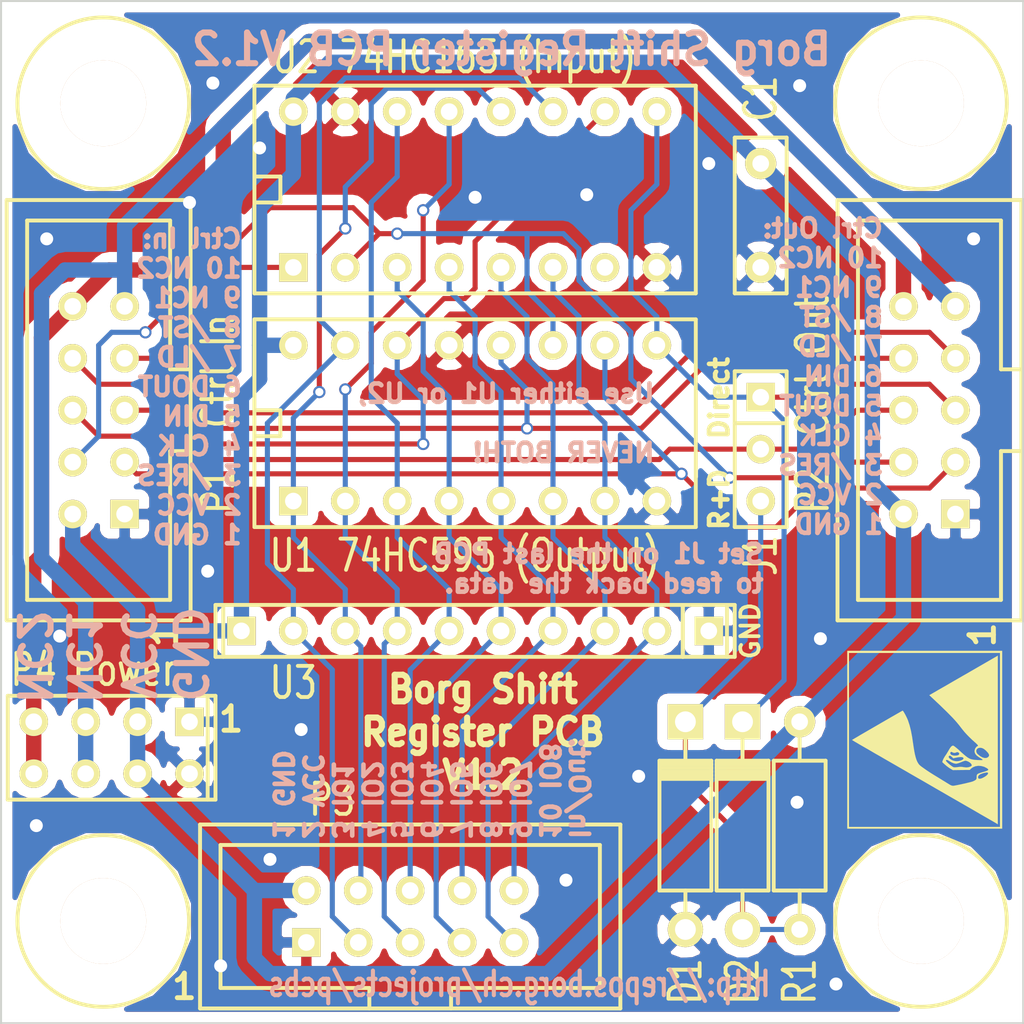
<source format=kicad_pcb>
(kicad_pcb (version 4) (host pcbnew 4.0.2+dfsg1-stable)

  (general
    (links 90)
    (no_connects 0)
    (area 99.949999 98.36745 150.55784 150.454)
    (thickness 1.6)
    (drawings 22)
    (tracks 246)
    (zones 0)
    (modules 38)
    (nets 21)
  )

  (page A4)
  (title_block
    (title "Borg Shift Register PCB")
    (rev 1.2)
  )

  (layers
    (0 F.Cu signal hide)
    (31 B.Cu signal hide)
    (32 B.Adhes user)
    (33 F.Adhes user)
    (34 B.Paste user)
    (35 F.Paste user)
    (36 B.SilkS user)
    (37 F.SilkS user)
    (38 B.Mask user)
    (39 F.Mask user)
    (40 Dwgs.User user)
    (41 Cmts.User user)
    (42 Eco1.User user)
    (43 Eco2.User user)
    (44 Edge.Cuts user)
    (45 Margin user)
    (46 B.CrtYd user)
    (47 F.CrtYd user)
    (48 B.Fab user)
    (49 F.Fab user)
  )

  (setup
    (last_trace_width 0.25)
    (trace_clearance 0.2)
    (zone_clearance 0.508)
    (zone_45_only no)
    (trace_min 0.2)
    (segment_width 0.2)
    (edge_width 0.1)
    (via_size 0.6)
    (via_drill 0.4)
    (via_min_size 0.4)
    (via_min_drill 0.3)
    (uvia_size 0.3)
    (uvia_drill 0.1)
    (uvias_allowed no)
    (uvia_min_size 0.2)
    (uvia_min_drill 0.1)
    (pcb_text_width 0.3)
    (pcb_text_size 1.5 1.5)
    (mod_edge_width 0.15)
    (mod_text_size 1 1)
    (mod_text_width 0.15)
    (pad_size 4.19862 4.19862)
    (pad_drill 4.19862)
    (pad_to_mask_clearance 0)
    (aux_axis_origin 0 0)
    (visible_elements FFFFFF7F)
    (pcbplotparams
      (layerselection 0x010f0_80000001)
      (usegerberextensions false)
      (excludeedgelayer true)
      (linewidth 0.100000)
      (plotframeref false)
      (viasonmask false)
      (mode 1)
      (useauxorigin false)
      (hpglpennumber 1)
      (hpglpenspeed 20)
      (hpglpendiameter 15)
      (hpglpenoverlay 2)
      (psnegative false)
      (psa4output false)
      (plotreference true)
      (plotvalue true)
      (plotinvisibletext false)
      (padsonsilk false)
      (subtractmaskfromsilk true)
      (outputformat 1)
      (mirror false)
      (drillshape 0)
      (scaleselection 1)
      (outputdirectory production))
  )

  (net 0 "")
  (net 1 GND)
  (net 2 VCC)
  (net 3 "Net-(P3-Pad3)")
  (net 4 "Net-(P3-Pad5)")
  (net 5 "Net-(P3-Pad7)")
  (net 6 "Net-(P3-Pad9)")
  (net 7 "Net-(P3-Pad4)")
  (net 8 "Net-(P3-Pad6)")
  (net 9 "Net-(P3-Pad8)")
  (net 10 "Net-(P3-Pad10)")
  (net 11 /DFB)
  (net 12 /DOUT)
  (net 13 //MR)
  (net 14 /DIN)
  (net 15 //PL)
  (net 16 /NC1)
  (net 17 /SHCP)
  (net 18 /STCP)
  (net 19 /NC2)
  (net 20 "Net-(D1-Pad1)")

  (net_class Default "This is the default net class."
    (clearance 0.2)
    (trace_width 0.25)
    (via_dia 0.6)
    (via_drill 0.4)
    (uvia_dia 0.3)
    (uvia_drill 0.1)
    (add_net //MR)
    (add_net //PL)
    (add_net /DFB)
    (add_net /DIN)
    (add_net /DOUT)
    (add_net /SHCP)
    (add_net /STCP)
    (add_net "Net-(D1-Pad1)")
    (add_net "Net-(P3-Pad10)")
    (add_net "Net-(P3-Pad3)")
    (add_net "Net-(P3-Pad4)")
    (add_net "Net-(P3-Pad5)")
    (add_net "Net-(P3-Pad6)")
    (add_net "Net-(P3-Pad7)")
    (add_net "Net-(P3-Pad8)")
    (add_net "Net-(P3-Pad9)")
  )

  (net_class Power ""
    (clearance 0.2)
    (trace_width 0.75)
    (via_dia 0.6)
    (via_drill 0.4)
    (uvia_dia 0.3)
    (uvia_drill 0.1)
    (add_net /NC1)
    (add_net /NC2)
    (add_net GND)
    (add_net VCC)
  )

  (module u_gen_dip:U_16_DIP300 (layer F.Cu) (tedit 575168E7) (tstamp 574E7CC8)
    (at 123.19 120.65)
    (descr "Module DIP 16 Pins, 700x300")
    (tags DIP)
    (path /574E750D)
    (fp_text reference U1 (at -8.89 6.477) (layer F.SilkS)
      (effects (font (size 1.524 1.143) (thickness 0.1905)))
    )
    (fp_text value "74HC595 (Output)" (at 1.143 6.477) (layer F.SilkS)
      (effects (font (size 1.524 1.143) (thickness 0.1905)))
    )
    (fp_line (start -10.795 -5.08) (end 10.795 -5.08) (layer F.SilkS) (width 0.1905))
    (fp_line (start 10.795 -5.08) (end 10.795 5.08) (layer F.SilkS) (width 0.1905))
    (fp_line (start 10.795 5.08) (end -10.795 5.08) (layer F.SilkS) (width 0.1905))
    (fp_line (start -10.795 5.08) (end -10.795 -5.08) (layer F.SilkS) (width 0.1905))
    (fp_line (start -10.795 -0.635) (end -9.525 -0.635) (layer F.SilkS) (width 0.1905))
    (fp_line (start -9.525 -0.635) (end -9.525 0.635) (layer F.SilkS) (width 0.1905))
    (fp_line (start -9.525 0.635) (end -10.795 0.635) (layer F.SilkS) (width 0.1905))
    (pad 1 thru_hole rect (at -8.89 3.81) (size 1.397 1.397) (drill 0.8128) (layers *.Cu *.Mask F.SilkS)
      (net 7 "Net-(P3-Pad4)"))
    (pad 2 thru_hole circle (at -6.35 3.81) (size 1.397 1.397) (drill 0.8128) (layers *.Cu *.Mask F.SilkS)
      (net 4 "Net-(P3-Pad5)"))
    (pad 3 thru_hole circle (at -3.81 3.81) (size 1.397 1.397) (drill 0.8128) (layers *.Cu *.Mask F.SilkS)
      (net 8 "Net-(P3-Pad6)"))
    (pad 4 thru_hole circle (at -1.27 3.81) (size 1.397 1.397) (drill 0.8128) (layers *.Cu *.Mask F.SilkS)
      (net 5 "Net-(P3-Pad7)"))
    (pad 5 thru_hole circle (at 1.27 3.81) (size 1.397 1.397) (drill 0.8128) (layers *.Cu *.Mask F.SilkS)
      (net 9 "Net-(P3-Pad8)"))
    (pad 6 thru_hole circle (at 3.81 3.81) (size 1.397 1.397) (drill 0.8128) (layers *.Cu *.Mask F.SilkS)
      (net 6 "Net-(P3-Pad9)"))
    (pad 7 thru_hole circle (at 6.35 3.81) (size 1.397 1.397) (drill 0.8128) (layers *.Cu *.Mask F.SilkS)
      (net 10 "Net-(P3-Pad10)"))
    (pad 8 thru_hole circle (at 8.89 3.81) (size 1.397 1.397) (drill 0.8128) (layers *.Cu *.Mask F.SilkS)
      (net 1 GND))
    (pad 9 thru_hole circle (at 8.89 -3.81) (size 1.397 1.397) (drill 0.8128) (layers *.Cu *.Mask F.SilkS)
      (net 12 /DOUT))
    (pad 10 thru_hole circle (at 6.35 -3.81) (size 1.397 1.397) (drill 0.8128) (layers *.Cu *.Mask F.SilkS)
      (net 13 //MR))
    (pad 11 thru_hole circle (at 3.81 -3.81) (size 1.397 1.397) (drill 0.8128) (layers *.Cu *.Mask F.SilkS)
      (net 17 /SHCP))
    (pad 12 thru_hole circle (at 1.27 -3.81) (size 1.397 1.397) (drill 0.8128) (layers *.Cu *.Mask F.SilkS)
      (net 18 /STCP))
    (pad 13 thru_hole circle (at -1.27 -3.81) (size 1.397 1.397) (drill 0.8128) (layers *.Cu *.Mask F.SilkS)
      (net 1 GND))
    (pad 14 thru_hole circle (at -3.81 -3.81) (size 1.397 1.397) (drill 0.8128) (layers *.Cu *.Mask F.SilkS)
      (net 14 /DIN))
    (pad 15 thru_hole circle (at -6.35 -3.81) (size 1.397 1.397) (drill 0.8128) (layers *.Cu *.Mask F.SilkS)
      (net 3 "Net-(P3-Pad3)"))
    (pad 16 thru_hole circle (at -8.89 -3.81) (size 1.397 1.397) (drill 0.8128) (layers *.Cu *.Mask F.SilkS)
      (net 2 VCC))
  )

  (module u_gen_dip:U_16_DIP300 (layer F.Cu) (tedit 574F0810) (tstamp 574E7CE3)
    (at 123.19 109.22)
    (descr "Module DIP 16 Pins, 700x300")
    (tags DIP)
    (path /574E74AA)
    (fp_text reference U2 (at -8.763 -6.477 180) (layer F.SilkS)
      (effects (font (size 1.524 1.143) (thickness 0.1905)))
    )
    (fp_text value "74HC165 (Input)" (at 0.635 -6.477) (layer F.SilkS)
      (effects (font (size 1.524 1.143) (thickness 0.1905)))
    )
    (fp_line (start -10.795 -5.08) (end 10.795 -5.08) (layer F.SilkS) (width 0.1905))
    (fp_line (start 10.795 -5.08) (end 10.795 5.08) (layer F.SilkS) (width 0.1905))
    (fp_line (start 10.795 5.08) (end -10.795 5.08) (layer F.SilkS) (width 0.1905))
    (fp_line (start -10.795 5.08) (end -10.795 -5.08) (layer F.SilkS) (width 0.1905))
    (fp_line (start -10.795 -0.635) (end -9.525 -0.635) (layer F.SilkS) (width 0.1905))
    (fp_line (start -9.525 -0.635) (end -9.525 0.635) (layer F.SilkS) (width 0.1905))
    (fp_line (start -9.525 0.635) (end -10.795 0.635) (layer F.SilkS) (width 0.1905))
    (pad 1 thru_hole rect (at -8.89 3.81) (size 1.397 1.397) (drill 0.8128) (layers *.Cu *.Mask F.SilkS)
      (net 15 //PL))
    (pad 2 thru_hole circle (at -6.35 3.81) (size 1.397 1.397) (drill 0.8128) (layers *.Cu *.Mask F.SilkS)
      (net 17 /SHCP))
    (pad 3 thru_hole circle (at -3.81 3.81) (size 1.397 1.397) (drill 0.8128) (layers *.Cu *.Mask F.SilkS)
      (net 5 "Net-(P3-Pad7)"))
    (pad 4 thru_hole circle (at -1.27 3.81) (size 1.397 1.397) (drill 0.8128) (layers *.Cu *.Mask F.SilkS)
      (net 9 "Net-(P3-Pad8)"))
    (pad 5 thru_hole circle (at 1.27 3.81) (size 1.397 1.397) (drill 0.8128) (layers *.Cu *.Mask F.SilkS)
      (net 6 "Net-(P3-Pad9)"))
    (pad 6 thru_hole circle (at 3.81 3.81) (size 1.397 1.397) (drill 0.8128) (layers *.Cu *.Mask F.SilkS)
      (net 10 "Net-(P3-Pad10)"))
    (pad 7 thru_hole circle (at 6.35 3.81) (size 1.397 1.397) (drill 0.8128) (layers *.Cu *.Mask F.SilkS))
    (pad 8 thru_hole circle (at 8.89 3.81) (size 1.397 1.397) (drill 0.8128) (layers *.Cu *.Mask F.SilkS)
      (net 1 GND))
    (pad 9 thru_hole circle (at 8.89 -3.81) (size 1.397 1.397) (drill 0.8128) (layers *.Cu *.Mask F.SilkS)
      (net 12 /DOUT))
    (pad 10 thru_hole circle (at 6.35 -3.81) (size 1.397 1.397) (drill 0.8128) (layers *.Cu *.Mask F.SilkS)
      (net 14 /DIN))
    (pad 11 thru_hole circle (at 3.81 -3.81) (size 1.397 1.397) (drill 0.8128) (layers *.Cu *.Mask F.SilkS)
      (net 3 "Net-(P3-Pad3)"))
    (pad 12 thru_hole circle (at 1.27 -3.81) (size 1.397 1.397) (drill 0.8128) (layers *.Cu *.Mask F.SilkS)
      (net 7 "Net-(P3-Pad4)"))
    (pad 13 thru_hole circle (at -1.27 -3.81) (size 1.397 1.397) (drill 0.8128) (layers *.Cu *.Mask F.SilkS)
      (net 4 "Net-(P3-Pad5)"))
    (pad 14 thru_hole circle (at -3.81 -3.81) (size 1.397 1.397) (drill 0.8128) (layers *.Cu *.Mask F.SilkS)
      (net 8 "Net-(P3-Pad6)"))
    (pad 15 thru_hole circle (at -6.35 -3.81) (size 1.397 1.397) (drill 0.8128) (layers *.Cu *.Mask F.SilkS)
      (net 1 GND))
    (pad 16 thru_hole circle (at -8.89 -3.81) (size 1.397 1.397) (drill 0.8128) (layers *.Cu *.Mask F.SilkS)
      (net 2 VCC))
  )

  (module c_gen:C_L200_W100 (layer F.Cu) (tedit 574EA53F) (tstamp 574E7DAC)
    (at 137.16 110.49 90)
    (descr "Module C_L200_W100, length 200 width 100")
    (path /574E94BB)
    (fp_text reference C1 (at 5.715 0 90) (layer F.SilkS)
      (effects (font (size 1.524 1.143) (thickness 0.1905)))
    )
    (fp_text value 100nF (at 0 -2.54 90) (layer F.SilkS) hide
      (effects (font (size 1.524 1.143) (thickness 0.1905)))
    )
    (fp_line (start -3.81 1.27) (end 3.81 1.27) (layer F.SilkS) (width 0.1905))
    (fp_line (start 3.81 1.27) (end 3.81 -1.27) (layer F.SilkS) (width 0.1905))
    (fp_line (start 3.81 -1.27) (end -3.81 -1.27) (layer F.SilkS) (width 0.1905))
    (fp_line (start -3.81 -1.27) (end -3.81 1.27) (layer F.SilkS) (width 0.1905))
    (pad 1 thru_hole circle (at 2.54 0 90) (size 1.524 1.524) (drill 0.8128) (layers *.Cu *.Mask F.SilkS)
      (net 2 VCC))
    (pad 2 thru_hole circle (at -2.54 0 90) (size 1.524 1.524) (drill 0.8128) (layers *.Cu *.Mask F.SilkS)
      (net 1 GND))
  )

  (module mech_gen:HOLE_4_2MM_8_4 (layer F.Cu) (tedit 574F031E) (tstamp 574E7DB2)
    (at 105 145)
    (descr "Module HOLE_4_2MM_8_4, hole 4.200000MM, space 8.400000")
    (path /574E92D0)
    (fp_text reference M1 (at 0 -5.08) (layer F.SilkS) hide
      (effects (font (size 1.524 1.143) (thickness 0.1905)))
    )
    (fp_text value HOLE (at 0 0) (layer F.SilkS) hide
      (effects (font (thickness 0.15)))
    )
    (fp_circle (center 0 0) (end 4.19862 0) (layer F.SilkS) (width 0.1905))
    (pad "" np_thru_hole circle (at 0 0) (size 4.19862 4.19862) (drill 4.19862) (layers *.Cu *.SilkS *.Mask)
      (clearance 2.2))
  )

  (module mech_gen:HOLE_4_2MM_8_4 (layer F.Cu) (tedit 574F0337) (tstamp 574E7DB8)
    (at 145 145)
    (descr "Module HOLE_4_2MM_8_4, hole 4.200000MM, space 8.400000")
    (path /574E9395)
    (fp_text reference M2 (at 0 -5.08) (layer F.SilkS) hide
      (effects (font (size 1.524 1.143) (thickness 0.1905)))
    )
    (fp_text value HOLE (at 0 0) (layer F.SilkS) hide
      (effects (font (thickness 0.15)))
    )
    (fp_circle (center 0 0) (end 4.19862 0) (layer F.SilkS) (width 0.1905))
    (pad "" np_thru_hole circle (at 0 0) (size 4.19862 4.19862) (drill 4.19862) (layers *.Cu *.SilkS *.Mask)
      (clearance 2.2))
  )

  (module mech_gen:HOLE_4_2MM_8_4 (layer F.Cu) (tedit 574F0326) (tstamp 574E7DBE)
    (at 105 105)
    (descr "Module HOLE_4_2MM_8_4, hole 4.200000MM, space 8.400000")
    (path /574E93D8)
    (fp_text reference M3 (at 0 -5.08) (layer F.SilkS) hide
      (effects (font (size 1.524 1.143) (thickness 0.1905)))
    )
    (fp_text value HOLE (at 0 0) (layer F.SilkS) hide
      (effects (font (thickness 0.15)))
    )
    (fp_circle (center 0 0) (end 4.19862 0) (layer F.SilkS) (width 0.1905))
    (pad "" np_thru_hole circle (at 0 0) (size 4.19862 4.19862) (drill 4.19862) (layers *.Cu *.SilkS *.Mask)
      (clearance 2.2))
  )

  (module mech_gen:HOLE_4_2MM_8_4 (layer F.Cu) (tedit 574F032F) (tstamp 574E7DC4)
    (at 145 105)
    (descr "Module HOLE_4_2MM_8_4, hole 4.200000MM, space 8.400000")
    (path /574E93DE)
    (fp_text reference M4 (at 0 -5.08) (layer F.SilkS) hide
      (effects (font (size 1.524 1.143) (thickness 0.1905)))
    )
    (fp_text value HOLE (at 0 0) (layer F.SilkS) hide
      (effects (font (thickness 0.15)))
    )
    (fp_circle (center 0 0) (end 4.19862 0) (layer F.SilkS) (width 0.1905))
    (pad "" np_thru_hole circle (at 0 0) (size 4.19862 4.19862) (drill 4.19862) (layers *.Cu *.SilkS *.Mask)
      (clearance 2.2))
  )

  (module misc:VIA25MIL (layer F.Cu) (tedit 566AE81A) (tstamp 574EA2D8)
    (at 102.87 131.064)
    (path /574EC0D2)
    (fp_text reference V1 (at 0.127 -1.27) (layer F.SilkS) hide
      (effects (font (size 1 1) (thickness 0.15)))
    )
    (fp_text value VIA (at 0 1.397) (layer F.SilkS) hide
      (effects (font (size 1 1) (thickness 0.15)))
    )
    (pad 0 thru_hole circle (at 0 0) (size 0.889 0.889) (drill 0.635) (layers *.Cu)
      (net 1 GND) (zone_connect 2))
  )

  (module misc:VIA25MIL (layer F.Cu) (tedit 566AE81A) (tstamp 574EA2DD)
    (at 128.651 109.474)
    (path /574EB9BA)
    (fp_text reference V2 (at 0.127 -1.27) (layer F.SilkS) hide
      (effects (font (size 1 1) (thickness 0.15)))
    )
    (fp_text value VIA (at 0 1.397) (layer F.SilkS) hide
      (effects (font (size 1 1) (thickness 0.15)))
    )
    (pad 0 thru_hole circle (at 0 0) (size 0.889 0.889) (drill 0.635) (layers *.Cu)
      (net 1 GND) (zone_connect 2))
  )

  (module misc:VIA25MIL (layer F.Cu) (tedit 566AE81A) (tstamp 574EA2E2)
    (at 123.19 109.601)
    (path /574EC0D8)
    (fp_text reference V3 (at 0.127 -1.27) (layer F.SilkS) hide
      (effects (font (size 1 1) (thickness 0.15)))
    )
    (fp_text value VIA (at 0 1.397) (layer F.SilkS) hide
      (effects (font (size 1 1) (thickness 0.15)))
    )
    (pad 0 thru_hole circle (at 0 0) (size 0.889 0.889) (drill 0.635) (layers *.Cu)
      (net 1 GND) (zone_connect 2))
  )

  (module misc:VIA25MIL (layer F.Cu) (tedit 566AE81A) (tstamp 574EA2E7)
    (at 140.843 148.082)
    (path /574EB9C0)
    (fp_text reference V4 (at 0.127 -1.27) (layer F.SilkS) hide
      (effects (font (size 1 1) (thickness 0.15)))
    )
    (fp_text value VIA (at 0 1.397) (layer F.SilkS) hide
      (effects (font (size 1 1) (thickness 0.15)))
    )
    (pad 0 thru_hole circle (at 0 0) (size 0.889 0.889) (drill 0.635) (layers *.Cu)
      (net 1 GND) (zone_connect 2))
  )

  (module misc:VIA25MIL (layer F.Cu) (tedit 566AE81A) (tstamp 574EA2EC)
    (at 140.081 131.191)
    (path /574EC0DE)
    (fp_text reference V5 (at 0.127 -1.27) (layer F.SilkS) hide
      (effects (font (size 1 1) (thickness 0.15)))
    )
    (fp_text value VIA (at 0 1.397) (layer F.SilkS) hide
      (effects (font (size 1 1) (thickness 0.15)))
    )
    (pad 0 thru_hole circle (at 0 0) (size 0.889 0.889) (drill 0.635) (layers *.Cu)
      (net 1 GND) (zone_connect 2))
  )

  (module misc:VIA25MIL (layer F.Cu) (tedit 566AE81A) (tstamp 574EA2F1)
    (at 110.744 147.193)
    (path /574EB9C6)
    (fp_text reference V6 (at 0.127 -1.27) (layer F.SilkS) hide
      (effects (font (size 1 1) (thickness 0.15)))
    )
    (fp_text value VIA (at 0 1.397) (layer F.SilkS) hide
      (effects (font (size 1 1) (thickness 0.15)))
    )
    (pad 0 thru_hole circle (at 0 0) (size 0.889 0.889) (drill 0.635) (layers *.Cu)
      (net 1 GND) (zone_connect 2))
  )

  (module misc:VIA25MIL (layer F.Cu) (tedit 566AE81A) (tstamp 574EA2F6)
    (at 112.649 107.188)
    (path /574EC0E4)
    (fp_text reference V7 (at 0.127 -1.27) (layer F.SilkS) hide
      (effects (font (size 1 1) (thickness 0.15)))
    )
    (fp_text value VIA (at 0 1.397) (layer F.SilkS) hide
      (effects (font (size 1 1) (thickness 0.15)))
    )
    (pad 0 thru_hole circle (at 0 0) (size 0.889 0.889) (drill 0.635) (layers *.Cu)
      (net 1 GND) (zone_connect 2))
  )

  (module misc:VIA25MIL (layer F.Cu) (tedit 566AE81A) (tstamp 574EA2FB)
    (at 113.157 141.986)
    (path /574EB9CC)
    (fp_text reference V8 (at 0.127 -1.27) (layer F.SilkS) hide
      (effects (font (size 1 1) (thickness 0.15)))
    )
    (fp_text value VIA (at 0 1.397) (layer F.SilkS) hide
      (effects (font (size 1 1) (thickness 0.15)))
    )
    (pad 0 thru_hole circle (at 0 0) (size 0.889 0.889) (drill 0.635) (layers *.Cu)
      (net 1 GND) (zone_connect 2))
  )

  (module misc:VIA25MIL (layer F.Cu) (tedit 566AE81A) (tstamp 574EA300)
    (at 110.109 127.889)
    (path /574EC0EA)
    (fp_text reference V9 (at 0.127 -1.27) (layer F.SilkS) hide
      (effects (font (size 1 1) (thickness 0.15)))
    )
    (fp_text value VIA (at 0 1.397) (layer F.SilkS) hide
      (effects (font (size 1 1) (thickness 0.15)))
    )
    (pad 0 thru_hole circle (at 0 0) (size 0.889 0.889) (drill 0.635) (layers *.Cu)
      (net 1 GND) (zone_connect 2))
  )

  (module misc:VIA25MIL (layer F.Cu) (tedit 566AE81A) (tstamp 574EA305)
    (at 109.22 109.855)
    (path /574EB9D2)
    (fp_text reference V10 (at 0.127 -1.27) (layer F.SilkS) hide
      (effects (font (size 1 1) (thickness 0.15)))
    )
    (fp_text value VIA (at 0 1.397) (layer F.SilkS) hide
      (effects (font (size 1 1) (thickness 0.15)))
    )
    (pad 0 thru_hole circle (at 0 0) (size 0.889 0.889) (drill 0.635) (layers *.Cu)
      (net 1 GND) (zone_connect 2))
  )

  (module misc:VIA25MIL (layer F.Cu) (tedit 566AE81A) (tstamp 574EA30A)
    (at 138.938 139.192)
    (path /574EC0F0)
    (fp_text reference V11 (at 0.127 -1.27) (layer F.SilkS) hide
      (effects (font (size 1 1) (thickness 0.15)))
    )
    (fp_text value VIA (at 0 1.397) (layer F.SilkS) hide
      (effects (font (size 1 1) (thickness 0.15)))
    )
    (pad 0 thru_hole circle (at 0 0) (size 0.889 0.889) (drill 0.635) (layers *.Cu)
      (net 1 GND) (zone_connect 2))
  )

  (module misc:VIA25MIL (layer F.Cu) (tedit 566AE81A) (tstamp 574EA30F)
    (at 131.191 137.922)
    (path /574EB9D8)
    (fp_text reference V12 (at 0.127 -1.27) (layer F.SilkS) hide
      (effects (font (size 1 1) (thickness 0.15)))
    )
    (fp_text value VIA (at 0 1.397) (layer F.SilkS) hide
      (effects (font (size 1 1) (thickness 0.15)))
    )
    (pad 0 thru_hole circle (at 0 0) (size 0.889 0.889) (drill 0.635) (layers *.Cu)
      (net 1 GND) (zone_connect 2))
  )

  (module misc:VIA25MIL (layer F.Cu) (tedit 566AE81A) (tstamp 574EA314)
    (at 114.681 135.636)
    (path /574EC0F6)
    (fp_text reference V13 (at 0.127 -1.27) (layer F.SilkS) hide
      (effects (font (size 1 1) (thickness 0.15)))
    )
    (fp_text value VIA (at 0 1.397) (layer F.SilkS) hide
      (effects (font (size 1 1) (thickness 0.15)))
    )
    (pad 0 thru_hole circle (at 0 0) (size 0.889 0.889) (drill 0.635) (layers *.Cu)
      (net 1 GND) (zone_connect 2))
  )

  (module misc:VIA25MIL (layer F.Cu) (tedit 566AE81A) (tstamp 574EA319)
    (at 127.635 143.002)
    (path /574EB9DE)
    (fp_text reference V14 (at 0.127 -1.27) (layer F.SilkS) hide
      (effects (font (size 1 1) (thickness 0.15)))
    )
    (fp_text value VIA (at 0 1.397) (layer F.SilkS) hide
      (effects (font (size 1 1) (thickness 0.15)))
    )
    (pad 0 thru_hole circle (at 0 0) (size 0.889 0.889) (drill 0.635) (layers *.Cu)
      (net 1 GND) (zone_connect 2))
  )

  (module misc:VIA25MIL (layer F.Cu) (tedit 566AE81A) (tstamp 574EA31E)
    (at 101.727 140.335)
    (path /574EC0FC)
    (fp_text reference V15 (at 0.127 -1.27) (layer F.SilkS) hide
      (effects (font (size 1 1) (thickness 0.15)))
    )
    (fp_text value VIA (at 0 1.397) (layer F.SilkS) hide
      (effects (font (size 1 1) (thickness 0.15)))
    )
    (pad 0 thru_hole circle (at 0 0) (size 0.889 0.889) (drill 0.635) (layers *.Cu)
      (net 1 GND) (zone_connect 2))
  )

  (module misc:VIA25MIL (layer F.Cu) (tedit 566AE81A) (tstamp 574EA323)
    (at 147.574 111.633)
    (path /574EB9E4)
    (fp_text reference V16 (at 0.127 -1.27) (layer F.SilkS) hide
      (effects (font (size 1 1) (thickness 0.15)))
    )
    (fp_text value VIA (at 0 1.397) (layer F.SilkS) hide
      (effects (font (size 1 1) (thickness 0.15)))
    )
    (pad 0 thru_hole circle (at 0 0) (size 0.889 0.889) (drill 0.635) (layers *.Cu)
      (net 1 GND) (zone_connect 2))
  )

  (module misc:VIA25MIL (layer F.Cu) (tedit 566AE81A) (tstamp 574EA328)
    (at 139.065 104.14)
    (path /574EC102)
    (fp_text reference V17 (at 0.127 -1.27) (layer F.SilkS) hide
      (effects (font (size 1 1) (thickness 0.15)))
    )
    (fp_text value VIA (at 0 1.397) (layer F.SilkS) hide
      (effects (font (size 1 1) (thickness 0.15)))
    )
    (pad 0 thru_hole circle (at 0 0) (size 0.889 0.889) (drill 0.635) (layers *.Cu)
      (net 1 GND) (zone_connect 2))
  )

  (module misc:VIA25MIL (layer F.Cu) (tedit 566AE81A) (tstamp 574EA32D)
    (at 110.363 104.013)
    (path /574EB9EA)
    (fp_text reference V18 (at 0.127 -1.27) (layer F.SilkS) hide
      (effects (font (size 1 1) (thickness 0.15)))
    )
    (fp_text value VIA (at 0 1.397) (layer F.SilkS) hide
      (effects (font (size 1 1) (thickness 0.15)))
    )
    (pad 0 thru_hole circle (at 0 0) (size 0.889 0.889) (drill 0.635) (layers *.Cu)
      (net 1 GND) (zone_connect 2))
  )

  (module misc:VIA25MIL (layer F.Cu) (tedit 566AE81A) (tstamp 574EA332)
    (at 102.235 111.633)
    (path /574EC108)
    (fp_text reference V19 (at 0.127 -1.27) (layer F.SilkS) hide
      (effects (font (size 1 1) (thickness 0.15)))
    )
    (fp_text value VIA (at 0 1.397) (layer F.SilkS) hide
      (effects (font (size 1 1) (thickness 0.15)))
    )
    (pad 0 thru_hole circle (at 0 0) (size 0.889 0.889) (drill 0.635) (layers *.Cu)
      (net 1 GND) (zone_connect 2))
  )

  (module misc:VIA25MIL (layer F.Cu) (tedit 566AE81A) (tstamp 574EA337)
    (at 134.62 107.95)
    (path /574EB9F0)
    (fp_text reference V20 (at 0.127 -1.27) (layer F.SilkS) hide
      (effects (font (size 1 1) (thickness 0.15)))
    )
    (fp_text value VIA (at 0 1.397) (layer F.SilkS) hide
      (effects (font (size 1 1) (thickness 0.15)))
    )
    (pad 0 thru_hole circle (at 0 0) (size 0.889 0.889) (drill 0.635) (layers *.Cu)
      (net 1 GND) (zone_connect 2))
  )

  (module p_gen_conn:P_10_IDC (layer F.Cu) (tedit 574F03B0) (tstamp 574F02DF)
    (at 104.775 120.015 90)
    (descr "Module P_10_IDC, IDC connector, 10 pins")
    (path /574E82CB)
    (fp_text reference P1 (at -3.937 5.842 90) (layer F.SilkS)
      (effects (font (size 1.524 1.143) (thickness 0.1905)))
    )
    (fp_text value "Ctrl In" (at 1.905 5.842 90) (layer F.SilkS)
      (effects (font (size 1.524 1.143) (thickness 0.1905)))
    )
    (fp_line (start -10.27938 4.49834) (end 10.27938 4.49834) (layer F.SilkS) (width 0.1905))
    (fp_line (start 10.27938 4.49834) (end 10.27938 -4.49834) (layer F.SilkS) (width 0.1905))
    (fp_line (start 10.27938 -4.49834) (end -10.27938 -4.49834) (layer F.SilkS) (width 0.1905))
    (fp_line (start -10.27938 -4.49834) (end -10.27938 4.49834) (layer F.SilkS) (width 0.1905))
    (fp_line (start 1.99898 4.49834) (end 1.99898 3.49758) (layer F.SilkS) (width 0.1905))
    (fp_line (start 1.99898 3.49758) (end 9.27862 3.49758) (layer F.SilkS) (width 0.1905))
    (fp_line (start 9.27862 3.49758) (end 9.27862 -3.49758) (layer F.SilkS) (width 0.1905))
    (fp_line (start 9.27862 -3.49758) (end -9.27862 -3.49758) (layer F.SilkS) (width 0.1905))
    (fp_line (start -9.27862 -3.49758) (end -9.27862 3.49758) (layer F.SilkS) (width 0.1905))
    (fp_line (start -9.27862 3.49758) (end -1.99898 3.49758) (layer F.SilkS) (width 0.1905))
    (fp_line (start -1.99898 3.49758) (end -1.99898 4.49834) (layer F.SilkS) (width 0.1905))
    (pad 1 thru_hole rect (at -5.08 1.27 90) (size 1.397 1.397) (drill 0.8128) (layers *.Cu *.Mask F.SilkS)
      (net 1 GND))
    (pad 3 thru_hole circle (at -2.54 1.27 90) (size 1.397 1.397) (drill 0.8128) (layers *.Cu *.Mask F.SilkS)
      (net 13 //MR))
    (pad 5 thru_hole circle (at 0 1.27 90) (size 1.397 1.397) (drill 0.8128) (layers *.Cu *.Mask F.SilkS)
      (net 14 /DIN))
    (pad 7 thru_hole circle (at 2.54 1.27 90) (size 1.397 1.397) (drill 0.8128) (layers *.Cu *.Mask F.SilkS)
      (net 15 //PL))
    (pad 9 thru_hole circle (at 5.08 1.27 90) (size 1.397 1.397) (drill 0.8128) (layers *.Cu *.Mask F.SilkS)
      (net 16 /NC1))
    (pad 2 thru_hole circle (at -5.08 -1.27 90) (size 1.397 1.397) (drill 0.8128) (layers *.Cu *.Mask F.SilkS)
      (net 2 VCC))
    (pad 4 thru_hole circle (at -2.54 -1.27 90) (size 1.397 1.397) (drill 0.8128) (layers *.Cu *.Mask F.SilkS)
      (net 17 /SHCP))
    (pad 6 thru_hole circle (at 0 -1.27 90) (size 1.397 1.397) (drill 0.8128) (layers *.Cu *.Mask F.SilkS)
      (net 11 /DFB))
    (pad 8 thru_hole circle (at 2.54 -1.27 90) (size 1.397 1.397) (drill 0.8128) (layers *.Cu *.Mask F.SilkS)
      (net 18 /STCP))
    (pad 10 thru_hole circle (at 5.08 -1.27 90) (size 1.397 1.397) (drill 0.8128) (layers *.Cu *.Mask F.SilkS)
      (net 19 /NC2))
  )

  (module p_gen_conn:P_10_IDC (layer F.Cu) (tedit 574F0455) (tstamp 574F02F7)
    (at 145.415 120.015 90)
    (descr "Module P_10_IDC, IDC connector, 10 pins")
    (path /574E8B88)
    (fp_text reference P2 (at -3.937 -5.715 90) (layer F.SilkS)
      (effects (font (size 1.524 1.143) (thickness 0.1905)))
    )
    (fp_text value "Ctrl Out" (at 2.159 -5.715 90) (layer F.SilkS)
      (effects (font (size 1.524 1.143) (thickness 0.1905)))
    )
    (fp_line (start -10.27938 4.49834) (end 10.27938 4.49834) (layer F.SilkS) (width 0.1905))
    (fp_line (start 10.27938 4.49834) (end 10.27938 -4.49834) (layer F.SilkS) (width 0.1905))
    (fp_line (start 10.27938 -4.49834) (end -10.27938 -4.49834) (layer F.SilkS) (width 0.1905))
    (fp_line (start -10.27938 -4.49834) (end -10.27938 4.49834) (layer F.SilkS) (width 0.1905))
    (fp_line (start 1.99898 4.49834) (end 1.99898 3.49758) (layer F.SilkS) (width 0.1905))
    (fp_line (start 1.99898 3.49758) (end 9.27862 3.49758) (layer F.SilkS) (width 0.1905))
    (fp_line (start 9.27862 3.49758) (end 9.27862 -3.49758) (layer F.SilkS) (width 0.1905))
    (fp_line (start 9.27862 -3.49758) (end -9.27862 -3.49758) (layer F.SilkS) (width 0.1905))
    (fp_line (start -9.27862 -3.49758) (end -9.27862 3.49758) (layer F.SilkS) (width 0.1905))
    (fp_line (start -9.27862 3.49758) (end -1.99898 3.49758) (layer F.SilkS) (width 0.1905))
    (fp_line (start -1.99898 3.49758) (end -1.99898 4.49834) (layer F.SilkS) (width 0.1905))
    (pad 1 thru_hole rect (at -5.08 1.27 90) (size 1.397 1.397) (drill 0.8128) (layers *.Cu *.Mask F.SilkS)
      (net 1 GND))
    (pad 3 thru_hole circle (at -2.54 1.27 90) (size 1.397 1.397) (drill 0.8128) (layers *.Cu *.Mask F.SilkS)
      (net 13 //MR))
    (pad 5 thru_hole circle (at 0 1.27 90) (size 1.397 1.397) (drill 0.8128) (layers *.Cu *.Mask F.SilkS)
      (net 12 /DOUT))
    (pad 7 thru_hole circle (at 2.54 1.27 90) (size 1.397 1.397) (drill 0.8128) (layers *.Cu *.Mask F.SilkS)
      (net 15 //PL))
    (pad 9 thru_hole circle (at 5.08 1.27 90) (size 1.397 1.397) (drill 0.8128) (layers *.Cu *.Mask F.SilkS)
      (net 16 /NC1))
    (pad 2 thru_hole circle (at -5.08 -1.27 90) (size 1.397 1.397) (drill 0.8128) (layers *.Cu *.Mask F.SilkS)
      (net 2 VCC))
    (pad 4 thru_hole circle (at -2.54 -1.27 90) (size 1.397 1.397) (drill 0.8128) (layers *.Cu *.Mask F.SilkS)
      (net 17 /SHCP))
    (pad 6 thru_hole circle (at 0 -1.27 90) (size 1.397 1.397) (drill 0.8128) (layers *.Cu *.Mask F.SilkS)
      (net 11 /DFB))
    (pad 8 thru_hole circle (at 2.54 -1.27 90) (size 1.397 1.397) (drill 0.8128) (layers *.Cu *.Mask F.SilkS)
      (net 18 /STCP))
    (pad 10 thru_hole circle (at 5.08 -1.27 90) (size 1.397 1.397) (drill 0.8128) (layers *.Cu *.Mask F.SilkS)
      (net 19 /NC2))
  )

  (module p_gen_conn:P_10_IDC (layer F.Cu) (tedit 57515A8C) (tstamp 574F030F)
    (at 120.015 144.78)
    (descr "Module P_10_IDC, IDC connector, 10 pins")
    (path /574E7BC1)
    (fp_text reference P3 (at -3.81 -5.715) (layer F.SilkS)
      (effects (font (size 1.524 1.143) (thickness 0.1905)))
    )
    (fp_text value IDC (at 0 -5.76834) (layer F.SilkS) hide
      (effects (font (size 1.524 1.143) (thickness 0.1905)))
    )
    (fp_line (start -10.27938 4.49834) (end 10.27938 4.49834) (layer F.SilkS) (width 0.1905))
    (fp_line (start 10.27938 4.49834) (end 10.27938 -4.49834) (layer F.SilkS) (width 0.1905))
    (fp_line (start 10.27938 -4.49834) (end -10.27938 -4.49834) (layer F.SilkS) (width 0.1905))
    (fp_line (start -10.27938 -4.49834) (end -10.27938 4.49834) (layer F.SilkS) (width 0.1905))
    (fp_line (start 1.99898 4.49834) (end 1.99898 3.49758) (layer F.SilkS) (width 0.1905))
    (fp_line (start 1.99898 3.49758) (end 9.27862 3.49758) (layer F.SilkS) (width 0.1905))
    (fp_line (start 9.27862 3.49758) (end 9.27862 -3.49758) (layer F.SilkS) (width 0.1905))
    (fp_line (start 9.27862 -3.49758) (end -9.27862 -3.49758) (layer F.SilkS) (width 0.1905))
    (fp_line (start -9.27862 -3.49758) (end -9.27862 3.49758) (layer F.SilkS) (width 0.1905))
    (fp_line (start -9.27862 3.49758) (end -1.99898 3.49758) (layer F.SilkS) (width 0.1905))
    (fp_line (start -1.99898 3.49758) (end -1.99898 4.49834) (layer F.SilkS) (width 0.1905))
    (pad 1 thru_hole rect (at -5.08 1.27) (size 1.397 1.397) (drill 0.8128) (layers *.Cu *.Mask F.SilkS)
      (net 1 GND))
    (pad 3 thru_hole circle (at -2.54 1.27) (size 1.397 1.397) (drill 0.8128) (layers *.Cu *.Mask F.SilkS)
      (net 3 "Net-(P3-Pad3)"))
    (pad 5 thru_hole circle (at 0 1.27) (size 1.397 1.397) (drill 0.8128) (layers *.Cu *.Mask F.SilkS)
      (net 4 "Net-(P3-Pad5)"))
    (pad 7 thru_hole circle (at 2.54 1.27) (size 1.397 1.397) (drill 0.8128) (layers *.Cu *.Mask F.SilkS)
      (net 5 "Net-(P3-Pad7)"))
    (pad 9 thru_hole circle (at 5.08 1.27) (size 1.397 1.397) (drill 0.8128) (layers *.Cu *.Mask F.SilkS)
      (net 6 "Net-(P3-Pad9)"))
    (pad 2 thru_hole circle (at -5.08 -1.27) (size 1.397 1.397) (drill 0.8128) (layers *.Cu *.Mask F.SilkS)
      (net 2 VCC))
    (pad 4 thru_hole circle (at -2.54 -1.27) (size 1.397 1.397) (drill 0.8128) (layers *.Cu *.Mask F.SilkS)
      (net 7 "Net-(P3-Pad4)"))
    (pad 6 thru_hole circle (at 0 -1.27) (size 1.397 1.397) (drill 0.8128) (layers *.Cu *.Mask F.SilkS)
      (net 8 "Net-(P3-Pad6)"))
    (pad 8 thru_hole circle (at 2.54 -1.27) (size 1.397 1.397) (drill 0.8128) (layers *.Cu *.Mask F.SilkS)
      (net 9 "Net-(P3-Pad8)"))
    (pad 10 thru_hole circle (at 5.08 -1.27) (size 1.397 1.397) (drill 0.8128) (layers *.Cu *.Mask F.SilkS)
      (net 10 "Net-(P3-Pad10)"))
  )

  (module p_gen_conn:P_1_PIN_100 (layer F.Cu) (tedit 574FC0C8) (tstamp 574FBBDC)
    (at 134.62 130.81 180)
    (descr "Module P_1_PIN_100, 1 pins 100")
    (path /574FCE92)
    (fp_text reference P5 (at 3.556 2.921 180) (layer F.SilkS) hide
      (effects (font (size 1.524 1.143) (thickness 0.1905)))
    )
    (fp_text value GND (at -2.032 0 270) (layer F.SilkS)
      (effects (font (size 0.9 0.9) (thickness 0.18)))
    )
    (fp_line (start -1.27 1.27) (end 1.27 1.27) (layer F.SilkS) (width 0.1905))
    (fp_line (start 1.27 1.27) (end 1.27 -1.27) (layer F.SilkS) (width 0.1905))
    (fp_line (start 1.27 -1.27) (end -1.27 -1.27) (layer F.SilkS) (width 0.1905))
    (fp_line (start -1.27 -1.27) (end -1.27 1.27) (layer F.SilkS) (width 0.1905))
    (fp_line (start -0.889 1.27) (end -0.889 -1.27) (layer F.SilkS) (width 0.1905))
    (pad 1 thru_hole rect (at 0 0 180) (size 1.397 1.397) (drill 0.8128) (layers *.Cu *.Mask F.SilkS)
      (net 1 GND))
  )

  (module p_gen_conn:P_9_PIN_100 (layer F.Cu) (tedit 57516DA1) (tstamp 574FBBEE)
    (at 121.92 130.81)
    (descr "Module P_9_PIN_100, 9 pins 100")
    (path /574FBB5B)
    (fp_text reference U3 (at -7.62 2.54) (layer F.SilkS)
      (effects (font (size 1.524 1.143) (thickness 0.1905)))
    )
    (fp_text value 10k (at -10.287 3.937) (layer F.SilkS) hide
      (effects (font (size 1.524 1.143) (thickness 0.1905)))
    )
    (fp_line (start -11.43 1.27) (end 11.43 1.27) (layer F.SilkS) (width 0.1905))
    (fp_line (start 11.43 1.27) (end 11.43 -1.27) (layer F.SilkS) (width 0.1905))
    (fp_line (start 11.43 -1.27) (end -11.43 -1.27) (layer F.SilkS) (width 0.1905))
    (fp_line (start -11.43 -1.27) (end -11.43 1.27) (layer F.SilkS) (width 0.1905))
    (fp_line (start -11.049 1.27) (end -11.049 -1.27) (layer F.SilkS) (width 0.1905))
    (pad 1 thru_hole rect (at -10.16 0) (size 1.397 1.397) (drill 0.8128) (layers *.Cu *.Mask F.SilkS)
      (net 2 VCC))
    (pad 2 thru_hole circle (at -7.62 0) (size 1.397 1.397) (drill 0.8128) (layers *.Cu *.Mask F.SilkS)
      (net 3 "Net-(P3-Pad3)"))
    (pad 3 thru_hole circle (at -5.08 0) (size 1.397 1.397) (drill 0.8128) (layers *.Cu *.Mask F.SilkS)
      (net 7 "Net-(P3-Pad4)"))
    (pad 4 thru_hole circle (at -2.54 0) (size 1.397 1.397) (drill 0.8128) (layers *.Cu *.Mask F.SilkS)
      (net 4 "Net-(P3-Pad5)"))
    (pad 5 thru_hole circle (at 0 0) (size 1.397 1.397) (drill 0.8128) (layers *.Cu *.Mask F.SilkS)
      (net 8 "Net-(P3-Pad6)"))
    (pad 6 thru_hole circle (at 2.54 0) (size 1.397 1.397) (drill 0.8128) (layers *.Cu *.Mask F.SilkS)
      (net 5 "Net-(P3-Pad7)"))
    (pad 7 thru_hole circle (at 5.08 0) (size 1.397 1.397) (drill 0.8128) (layers *.Cu *.Mask F.SilkS)
      (net 9 "Net-(P3-Pad8)"))
    (pad 8 thru_hole circle (at 7.62 0) (size 1.397 1.397) (drill 0.8128) (layers *.Cu *.Mask F.SilkS)
      (net 6 "Net-(P3-Pad9)"))
    (pad 9 thru_hole circle (at 10.16 0) (size 1.397 1.397) (drill 0.8128) (layers *.Cu *.Mask F.SilkS)
      (net 10 "Net-(P3-Pad10)"))
  )

  (module d_gen:D_L400_W100_D40 (layer F.Cu) (tedit 57515BEB) (tstamp 57515311)
    (at 133.477 140.335 90)
    (descr "Module D_L400_W100, length 400 width 100 drill 40")
    (path /575166DD)
    (fp_text reference D1 (at -7.62 0 90) (layer F.SilkS)
      (effects (font (size 1.524 1.143) (thickness 0.1905)))
    )
    (fp_text value 3.3V (at 0 -2.54 90) (layer F.SilkS) hide
      (effects (font (size 1.524 1.143) (thickness 0.1905)))
    )
    (fp_line (start -3.175 1.27) (end 3.175 1.27) (layer F.SilkS) (width 0.1905))
    (fp_line (start 3.175 1.27) (end 3.175 -1.27) (layer F.SilkS) (width 0.1905))
    (fp_line (start 3.175 -1.27) (end -3.175 -1.27) (layer F.SilkS) (width 0.1905))
    (fp_line (start -3.175 -1.27) (end -3.175 1.27) (layer F.SilkS) (width 0.1905))
    (fp_line (start -5.08 0) (end -3.175 0) (layer F.SilkS) (width 0.1905))
    (fp_line (start 5.08 0) (end 3.175 0) (layer F.SilkS) (width 0.1905))
    (fp_line (start 2.9972 1.27) (end 2.9972 -1.27) (layer F.SilkS) (width 0.1905))
    (fp_line (start 2.8194 1.27) (end 2.8194 -1.27) (layer F.SilkS) (width 0.1905))
    (fp_line (start 2.6416 1.27) (end 2.6416 -1.27) (layer F.SilkS) (width 0.1905))
    (fp_line (start 2.4638 1.27) (end 2.4638 -1.27) (layer F.SilkS) (width 0.1905))
    (fp_line (start 2.286 1.27) (end 2.286 -1.27) (layer F.SilkS) (width 0.1905))
    (pad 1 thru_hole rect (at 5.08 0 90) (size 1.7272 1.7272) (drill 1.016) (layers *.Cu *.Mask F.SilkS)
      (net 20 "Net-(D1-Pad1)"))
    (pad 2 thru_hole circle (at -5.08 0 90) (size 1.7272 1.7272) (drill 1.016) (layers *.Cu *.Mask F.SilkS)
      (net 1 GND))
  )

  (module d_gen:D_L400_W100_D40 (layer F.Cu) (tedit 57515BE8) (tstamp 57515322)
    (at 136.271 140.335 90)
    (descr "Module D_L400_W100, length 400 width 100 drill 40")
    (path /57517B87)
    (fp_text reference D2 (at -7.62 0 90) (layer F.SilkS)
      (effects (font (size 1.524 1.143) (thickness 0.1905)))
    )
    (fp_text value 1N4148 (at 0 -2.54 90) (layer F.SilkS) hide
      (effects (font (size 1.524 1.143) (thickness 0.1905)))
    )
    (fp_line (start -3.175 1.27) (end 3.175 1.27) (layer F.SilkS) (width 0.1905))
    (fp_line (start 3.175 1.27) (end 3.175 -1.27) (layer F.SilkS) (width 0.1905))
    (fp_line (start 3.175 -1.27) (end -3.175 -1.27) (layer F.SilkS) (width 0.1905))
    (fp_line (start -3.175 -1.27) (end -3.175 1.27) (layer F.SilkS) (width 0.1905))
    (fp_line (start -5.08 0) (end -3.175 0) (layer F.SilkS) (width 0.1905))
    (fp_line (start 5.08 0) (end 3.175 0) (layer F.SilkS) (width 0.1905))
    (fp_line (start 2.9972 1.27) (end 2.9972 -1.27) (layer F.SilkS) (width 0.1905))
    (fp_line (start 2.8194 1.27) (end 2.8194 -1.27) (layer F.SilkS) (width 0.1905))
    (fp_line (start 2.6416 1.27) (end 2.6416 -1.27) (layer F.SilkS) (width 0.1905))
    (fp_line (start 2.4638 1.27) (end 2.4638 -1.27) (layer F.SilkS) (width 0.1905))
    (fp_line (start 2.286 1.27) (end 2.286 -1.27) (layer F.SilkS) (width 0.1905))
    (pad 1 thru_hole rect (at 5.08 0 90) (size 1.7272 1.7272) (drill 1.016) (layers *.Cu *.Mask F.SilkS)
      (net 12 /DOUT))
    (pad 2 thru_hole circle (at -5.08 0 90) (size 1.7272 1.7272) (drill 1.016) (layers *.Cu *.Mask F.SilkS)
      (net 20 "Net-(D1-Pad1)"))
  )

  (module j_gen:J_3_TH100I (layer F.Cu) (tedit 57516C6D) (tstamp 57515323)
    (at 137.16 121.92 270)
    (descr "Module Jumper 3 Pins, 100I")
    (tags DIP)
    (path /5751741F)
    (fp_text reference J1 (at 5.207 0 270) (layer F.SilkS)
      (effects (font (size 1.524 1.143) (thickness 0.1905)))
    )
    (fp_text value "Close Data Loop" (at 0 -2.54 270) (layer F.SilkS) hide
      (effects (font (size 1.524 1.143) (thickness 0.1905)))
    )
    (fp_line (start 3.81 1.27) (end -3.81 1.27) (layer F.SilkS) (width 0.1905))
    (fp_line (start -3.81 1.27) (end -3.81 -1.27) (layer F.SilkS) (width 0.1905))
    (fp_line (start -3.81 -1.27) (end 3.81 -1.27) (layer F.SilkS) (width 0.1905))
    (fp_line (start 3.81 -1.27) (end 3.81 1.27) (layer F.SilkS) (width 0.1905))
    (fp_line (start -1.27 1.27) (end -1.27 -1.27) (layer F.SilkS) (width 0.1905))
    (pad 1 thru_hole rect (at -2.54 0 270) (size 1.397 1.397) (drill 0.8128) (layers *.Cu *.Mask F.SilkS)
      (net 12 /DOUT))
    (pad 2 thru_hole circle (at 0 0 270) (size 1.397 1.397) (drill 0.8128) (layers *.Cu *.Mask F.SilkS)
      (net 11 /DFB))
    (pad 3 thru_hole circle (at 2.54 0 270) (size 1.397 1.397) (drill 0.8128) (layers *.Cu *.Mask F.SilkS)
      (net 20 "Net-(D1-Pad1)"))
  )

  (module r_gen:R_L400_W100 (layer F.Cu) (tedit 57515BE3) (tstamp 57515345)
    (at 139.065 140.335 90)
    (descr "Module R_L400_W100, length 400 width 100")
    (path /57516022)
    (fp_text reference R1 (at -7.62 0 90) (layer F.SilkS)
      (effects (font (size 1.524 1.143) (thickness 0.1905)))
    )
    (fp_text value 1k (at 0 -2.54 90) (layer F.SilkS) hide
      (effects (font (size 1.524 1.143) (thickness 0.1905)))
    )
    (fp_line (start -3.175 1.27) (end 3.175 1.27) (layer F.SilkS) (width 0.1905))
    (fp_line (start 3.175 1.27) (end 3.175 -1.27) (layer F.SilkS) (width 0.1905))
    (fp_line (start 3.175 -1.27) (end -3.175 -1.27) (layer F.SilkS) (width 0.1905))
    (fp_line (start -3.175 -1.27) (end -3.175 1.27) (layer F.SilkS) (width 0.1905))
    (fp_line (start -5.08 0) (end -3.175 0) (layer F.SilkS) (width 0.1905))
    (fp_line (start 5.08 0) (end 3.175 0) (layer F.SilkS) (width 0.1905))
    (pad 1 thru_hole circle (at 5.08 0 90) (size 1.524 1.524) (drill 0.8128) (layers *.Cu *.Mask F.SilkS)
      (net 2 VCC))
    (pad 2 thru_hole circle (at -5.08 0 90) (size 1.524 1.524) (drill 0.8128) (layers *.Cu *.Mask F.SilkS)
      (net 20 "Net-(D1-Pad1)"))
  )

  (module p_gen_conn:P_8_PIN2_100 (layer F.Cu) (tedit 57515B7A) (tstamp 57515BC4)
    (at 105.41 136.525 180)
    (descr "Module P_8_PIN2_100, 8 pins two rows 100")
    (path /5751ADBD)
    (fp_text reference P4 (at 3.81 3.81 360) (layer F.SilkS)
      (effects (font (size 1.524 1.143) (thickness 0.1905)))
    )
    (fp_text value Power (at -0.635 3.81 360) (layer F.SilkS)
      (effects (font (size 1.524 1.143) (thickness 0.1905)))
    )
    (fp_line (start -5.08 2.54) (end 5.08 2.54) (layer F.SilkS) (width 0.1905))
    (fp_line (start 5.08 2.54) (end 5.08 -2.54) (layer F.SilkS) (width 0.1905))
    (fp_line (start 5.08 -2.54) (end -5.08 -2.54) (layer F.SilkS) (width 0.1905))
    (fp_line (start -5.08 -2.54) (end -5.08 2.54) (layer F.SilkS) (width 0.1905))
    (fp_line (start -4.699 2.54) (end -4.699 -2.54) (layer F.SilkS) (width 0.1905))
    (pad 1 thru_hole rect (at -3.81 1.27 180) (size 1.397 1.397) (drill 0.8128) (layers *.Cu *.Mask F.SilkS)
      (net 1 GND))
    (pad 3 thru_hole circle (at -1.27 1.27 180) (size 1.397 1.397) (drill 0.8128) (layers *.Cu *.Mask F.SilkS)
      (net 2 VCC))
    (pad 5 thru_hole circle (at 1.27 1.27 180) (size 1.397 1.397) (drill 0.8128) (layers *.Cu *.Mask F.SilkS)
      (net 16 /NC1))
    (pad 7 thru_hole circle (at 3.81 1.27 180) (size 1.397 1.397) (drill 0.8128) (layers *.Cu *.Mask F.SilkS)
      (net 19 /NC2))
    (pad 2 thru_hole circle (at -3.81 -1.27 180) (size 1.397 1.397) (drill 0.8128) (layers *.Cu *.Mask F.SilkS)
      (net 1 GND))
    (pad 4 thru_hole circle (at -1.27 -1.27 180) (size 1.397 1.397) (drill 0.8128) (layers *.Cu *.Mask F.SilkS)
      (net 2 VCC))
    (pad 6 thru_hole circle (at 1.27 -1.27 180) (size 1.397 1.397) (drill 0.8128) (layers *.Cu *.Mask F.SilkS)
      (net 16 /NC1))
    (pad 8 thru_hole circle (at 3.81 -1.27 180) (size 1.397 1.397) (drill 0.8128) (layers *.Cu *.Mask F.SilkS)
      (net 19 /NC2))
  )

  (module esd_warning:ESD_WARNING (layer F.Cu) (tedit 0) (tstamp 5751933E)
    (at 145.161 136.144 90)
    (fp_text reference G*** (at 0 3.97764 90) (layer F.SilkS) hide
      (effects (font (thickness 0.3048)))
    )
    (fp_text value ESD_WARNING (at 0 -3.97764 90) (layer F.SilkS) hide
      (effects (font (thickness 0.3048)))
    )
    (fp_poly (pts (xy 4.35864 3.81) (xy 4.2545 3.81) (xy 4.2545 3.70332) (xy 4.2545 0.01016)
      (xy 4.2545 -3.683) (xy 0 -3.683) (xy -4.2545 -3.683) (xy -4.2545 0.01016)
      (xy -4.2545 3.70332) (xy 0 3.70332) (xy 4.2545 3.70332) (xy 4.2545 3.81)
      (xy 0.01016 3.81) (xy -4.33832 3.81) (xy -4.33832 0.02032) (xy -4.33832 -3.76682)
      (xy 0.01016 -3.76682) (xy 4.35864 -3.76682) (xy 4.35864 0.02032) (xy 4.35864 3.81)
      (xy 4.35864 3.81)) (layer F.SilkS) (width 0.00254))
    (fp_poly (pts (xy 4.12242 3.59664) (xy 0 3.59664) (xy -0.381 3.59664) (xy -0.381 2.73558)
      (xy -0.381 2.73304) (xy -0.39624 2.64414) (xy -0.43942 2.58064) (xy -0.50292 2.54508)
      (xy -0.57658 2.54254) (xy -0.65278 2.57556) (xy -0.69088 2.60858) (xy -0.7874 2.72542)
      (xy -0.85344 2.84226) (xy -0.88392 2.94894) (xy -0.88138 3.04292) (xy -0.84328 3.11912)
      (xy -0.7874 3.16484) (xy -0.7239 3.16992) (xy -0.65278 3.13182) (xy -0.62992 3.11658)
      (xy -0.51816 3.01244) (xy -0.43942 2.91592) (xy -0.39624 2.82702) (xy -0.381 2.73558)
      (xy -0.381 3.59664) (xy -1.59004 3.59664) (xy -1.59004 3.0734) (xy -1.59258 3.03022)
      (xy -1.60528 2.96164) (xy -1.6256 2.87782) (xy -1.63068 2.86512) (xy -1.67386 2.74828)
      (xy -1.72466 2.67208) (xy -1.78308 2.63398) (xy -1.83896 2.6289) (xy -1.88468 2.64922)
      (xy -1.89992 2.70002) (xy -1.88976 2.77622) (xy -1.8542 2.86258) (xy -1.79832 2.96418)
      (xy -1.74244 3.04292) (xy -1.6891 3.09626) (xy -1.64338 3.12166) (xy -1.61036 3.11658)
      (xy -1.59004 3.07594) (xy -1.59004 3.0734) (xy -1.59004 3.59664) (xy -4.12496 3.59664)
      (xy -4.02082 3.42392) (xy -4.0005 3.38836) (xy -3.95986 3.31724) (xy -3.90144 3.21564)
      (xy -3.82524 3.08356) (xy -3.7338 2.92354) (xy -3.62712 2.73812) (xy -3.5052 2.52984)
      (xy -3.37312 2.30124) (xy -3.23088 2.05232) (xy -3.07594 1.78562) (xy -2.91592 1.50622)
      (xy -2.74828 1.21412) (xy -2.57302 0.91186) (xy -2.39522 0.60198) (xy -2.21234 0.28702)
      (xy -2.02946 -0.02794) (xy -1.84658 -0.34798) (xy -1.6637 -0.66548) (xy -1.48082 -0.98044)
      (xy -1.30302 -1.29032) (xy -1.1303 -1.59004) (xy -0.96266 -1.88214) (xy -0.8001 -2.16154)
      (xy -0.65024 -2.4257) (xy -0.50546 -2.67208) (xy -0.37846 -2.89306) (xy -0.2921 -3.04292)
      (xy -0.21336 -3.18008) (xy -0.14224 -3.29946) (xy -0.08382 -3.40106) (xy -0.0381 -3.47472)
      (xy -0.01016 -3.52044) (xy 0 -3.53314) (xy 0.01016 -3.51536) (xy 0.04064 -3.46456)
      (xy 0.0889 -3.38582) (xy 0.14986 -3.27914) (xy 0.22606 -3.15214) (xy 0.31242 -3.00482)
      (xy 0.4064 -2.84226) (xy 0.50546 -2.67208) (xy 0.6096 -2.49174) (xy 0.71628 -2.30632)
      (xy 0.82296 -2.12344) (xy 0.9271 -1.9431) (xy 1.0287 -1.76784) (xy 1.12268 -1.60528)
      (xy 1.2065 -1.45796) (xy 1.2827 -1.32588) (xy 1.34366 -1.2192) (xy 1.39192 -1.13538)
      (xy 1.4224 -1.0795) (xy 1.43256 -1.05918) (xy 1.41986 -1.0414) (xy 1.37414 -1.00838)
      (xy 1.30556 -0.96774) (xy 1.22428 -0.92202) (xy 1.13284 -0.8763) (xy 1.0414 -0.83312)
      (xy 0.95758 -0.79756) (xy 0.72644 -0.72136) (xy 0.45466 -0.65278) (xy 0.14478 -0.59436)
      (xy -0.07874 -0.56134) (xy -0.32004 -0.52578) (xy -0.52578 -0.49276) (xy -0.69596 -0.45974)
      (xy -0.8382 -0.42418) (xy -0.95504 -0.38862) (xy -1.0541 -0.34798) (xy -1.13538 -0.30226)
      (xy -1.19126 -0.26416) (xy -1.23952 -0.21844) (xy -1.30556 -0.13716) (xy -1.38684 -0.02286)
      (xy -1.48336 0.1143) (xy -1.59258 0.2794) (xy -1.71196 0.4699) (xy -1.81864 0.64516)
      (xy -1.89484 0.76962) (xy -1.97104 0.89154) (xy -2.03962 1.00584) (xy -2.10058 1.10236)
      (xy -2.13868 1.16586) (xy -2.19456 1.2573) (xy -2.22758 1.32588) (xy -2.24028 1.3843)
      (xy -2.24282 1.4097) (xy -2.23774 1.45542) (xy -2.22504 1.53162) (xy -2.20472 1.63576)
      (xy -2.17932 1.75514) (xy -2.15138 1.88468) (xy -2.12344 2.01422) (xy -2.09296 2.13614)
      (xy -2.06756 2.24282) (xy -2.0447 2.32664) (xy -2.02692 2.37998) (xy -1.99644 2.44602)
      (xy -1.96342 2.5019) (xy -1.93294 2.53746) (xy -1.89738 2.55524) (xy -1.8415 2.56032)
      (xy -1.80848 2.56032) (xy -1.75006 2.56286) (xy -1.70434 2.57556) (xy -1.67132 2.6035)
      (xy -1.64084 2.6543) (xy -1.6129 2.73558) (xy -1.57734 2.84734) (xy -1.5748 2.8575)
      (xy -1.53924 2.98196) (xy -1.50876 3.06578) (xy -1.48082 3.11658) (xy -1.45542 3.13182)
      (xy -1.42748 3.11912) (xy -1.39446 3.08102) (xy -1.38176 3.06324) (xy -1.31318 2.93116)
      (xy -1.27508 2.78892) (xy -1.26492 2.64414) (xy -1.28524 2.50444) (xy -1.33604 2.37998)
      (xy -1.39954 2.29108) (xy -1.46812 2.2225) (xy -1.47066 1.80848) (xy -1.47574 1.397)
      (xy -1.39954 1.26746) (xy -1.34366 1.18364) (xy -1.27508 1.0922) (xy -1.20396 1.00838)
      (xy -1.20396 1.00838) (xy -1.08458 0.87884) (xy -0.99822 0.90678) (xy -0.93472 0.93218)
      (xy -0.85598 0.97536) (xy -0.77724 1.02362) (xy -0.77724 1.02616) (xy -0.6858 1.08712)
      (xy -0.58166 1.15062) (xy -0.50292 1.19634) (xy -0.39624 1.25984) (xy -0.32512 1.31572)
      (xy -0.28702 1.36652) (xy -0.2794 1.41478) (xy -0.28194 1.42494) (xy -0.29972 1.45542)
      (xy -0.3429 1.51384) (xy -0.40386 1.59004) (xy -0.48006 1.67894) (xy -0.56642 1.77292)
      (xy -0.56896 1.77546) (xy -0.58166 1.78816) (xy -0.58166 1.32842) (xy -0.59436 1.28778)
      (xy -0.63754 1.27) (xy -0.64516 1.27) (xy -0.70104 1.28778) (xy -0.74168 1.34366)
      (xy -0.76454 1.43256) (xy -0.76708 1.47574) (xy -0.76708 1.2446) (xy -0.76708 1.23952)
      (xy -0.79756 1.19634) (xy -0.83566 1.19126) (xy -0.88138 1.21412) (xy -0.9271 1.25984)
      (xy -0.97028 1.32588) (xy -0.97536 1.3335) (xy -0.97536 1.08712) (xy -0.99314 1.06172)
      (xy -1.01346 1.05664) (xy -1.04394 1.07442) (xy -1.08966 1.11506) (xy -1.14808 1.17602)
      (xy -1.20904 1.24714) (xy -1.26238 1.31826) (xy -1.3081 1.38176) (xy -1.3335 1.43002)
      (xy -1.34112 1.49606) (xy -1.3335 1.59766) (xy -1.32842 1.63068) (xy -1.31572 1.74498)
      (xy -1.31826 1.84658) (xy -1.33096 1.92532) (xy -1.3462 2.05486) (xy -1.33604 2.159)
      (xy -1.30556 2.25552) (xy -1.29794 2.26822) (xy -1.26492 2.31394) (xy -1.22682 2.3241)
      (xy -1.17348 2.29616) (xy -1.15316 2.28092) (xy -1.09982 2.2225) (xy -1.0541 2.14376)
      (xy -1.02362 2.06248) (xy -1.016 2.01422) (xy -1.02362 1.97104) (xy -1.04648 1.905)
      (xy -1.07696 1.82372) (xy -1.08966 1.79578) (xy -1.12522 1.70434) (xy -1.15062 1.62052)
      (xy -1.16332 1.55702) (xy -1.16332 1.5494) (xy -1.14554 1.45034) (xy -1.09982 1.33604)
      (xy -1.0287 1.21412) (xy -1.02616 1.21158) (xy -0.98552 1.14046) (xy -0.97536 1.08712)
      (xy -0.97536 1.3335) (xy -1.00838 1.40462) (xy -1.03124 1.49352) (xy -1.0414 1.57734)
      (xy -1.03378 1.67386) (xy -1.016 1.76276) (xy -0.98806 1.83642) (xy -0.95504 1.88976)
      (xy -0.91694 1.9177) (xy -0.88392 1.92024) (xy -0.85344 1.88468) (xy -0.84074 1.85166)
      (xy -0.83566 1.78308) (xy -0.84582 1.6764) (xy -0.85852 1.60274) (xy -0.89662 1.41732)
      (xy -0.8255 1.34366) (xy -0.77978 1.28778) (xy -0.76708 1.2446) (xy -0.76708 1.47574)
      (xy -0.76708 1.4986) (xy -0.76454 1.5748) (xy -0.75184 1.6383) (xy -0.74168 1.66624)
      (xy -0.70358 1.70688) (xy -0.65786 1.70942) (xy -0.61722 1.6764) (xy -0.60706 1.65862)
      (xy -0.59436 1.60782) (xy -0.6096 1.56464) (xy -0.63246 1.4986) (xy -0.62738 1.42748)
      (xy -0.60198 1.37414) (xy -0.58166 1.32842) (xy -0.58166 1.78816) (xy -0.68834 1.90754)
      (xy -0.78232 2.0193) (xy -0.85344 2.11328) (xy -0.90424 2.1971) (xy -0.9398 2.28092)
      (xy -0.96012 2.37236) (xy -0.97536 2.47396) (xy -0.98298 2.59588) (xy -0.98298 2.61366)
      (xy -0.98806 2.73304) (xy -0.98806 2.81178) (xy -0.98298 2.84988) (xy -0.9652 2.85242)
      (xy -0.93218 2.81432) (xy -0.88646 2.7432) (xy -0.84582 2.67462) (xy -0.76454 2.5654)
      (xy -0.68072 2.49428) (xy -0.58928 2.46126) (xy -0.51308 2.46126) (xy -0.41656 2.49174)
      (xy -0.33528 2.5527) (xy -0.28956 2.62636) (xy -0.26924 2.6289) (xy -0.2286 2.59588)
      (xy -0.1651 2.53238) (xy -0.14224 2.50698) (xy 0.00762 2.33934) (xy 0.14224 2.19964)
      (xy 0.26416 2.08026) (xy 0.37846 1.97612) (xy 0.4953 1.8796) (xy 0.61722 1.78308)
      (xy 0.635 1.77038) (xy 0.7366 1.69164) (xy 0.84074 1.60528) (xy 0.9525 1.50876)
      (xy 1.07442 1.397) (xy 1.2065 1.26746) (xy 1.35636 1.12014) (xy 1.524 0.94742)
      (xy 1.71704 0.7493) (xy 1.86182 0.59436) (xy 2.18948 0.24638) (xy 2.39014 0.59436)
      (xy 2.43586 0.67056) (xy 2.49936 0.78232) (xy 2.5781 0.91948) (xy 2.67208 1.08458)
      (xy 2.77876 1.26746) (xy 2.8956 1.46812) (xy 3.01752 1.68148) (xy 3.14706 1.905)
      (xy 3.2766 2.1336) (xy 3.35534 2.26822) (xy 4.12242 3.59664) (xy 4.12242 3.59664)) (layer F.SilkS) (width 0.00254))
  )

  (gr_text http://repos.borg.ch/projects/pcbs (at 125.349 148.082) (layer B.SilkS)
    (effects (font (size 1.2 0.9) (thickness 0.2)) (justify mirror))
  )
  (gr_text 1 (at 111.252 135.128) (layer F.SilkS)
    (effects (font (size 1.2 1.2) (thickness 0.24)))
  )
  (gr_text Direct (at 135.128 121.539 90) (layer F.SilkS)
    (effects (font (size 0.9 0.9) (thickness 0.225)) (justify left))
  )
  (gr_text R+D (at 135.128 125.984 90) (layer F.SilkS)
    (effects (font (size 0.9 0.9) (thickness 0.225)) (justify left))
  )
  (gr_text "Borg Shift\nRegister PCB\nV1.2" (at 123.571 135.763) (layer F.SilkS)
    (effects (font (size 1.3 1.2) (thickness 0.3)))
  )
  (gr_text "In/Out:\n10 IO8\n9 IO7\n8 IO6\n7 IO5\n6 IO4\n5 IO3\n4 IO2\n3 IO1\n2 VCC\n1 GND" (at 121.031 141.097 270) (layer B.SilkS)
    (effects (font (size 0.9 0.9) (thickness 0.225)) (justify left mirror))
  )
  (gr_text "Set J1 on the last PCB\nto feed back the data." (at 137.414 127.762) (layer B.SilkS)
    (effects (font (size 0.9 0.9) (thickness 0.225)) (justify left mirror))
  )
  (gr_text "Use either U1 or U2,\n\nNEVER BOTH!" (at 132.08 120.65) (layer B.SilkS)
    (effects (font (size 0.9 0.9) (thickness 0.225)) (justify left mirror))
  )
  (gr_text "Borg Shift Register PCB V1.2" (at 124.968 102.362) (layer B.SilkS)
    (effects (font (size 1.5 1.4) (thickness 0.3)) (justify mirror))
  )
  (gr_text "Ctrl Out:\n10 NC2\n9 NC1\n8 /ST\n7 /LD\n6 DIN\n5 DOUT\n4 CLK\n3 /RES\n2 VCC\n1 GND" (at 143.256 118.364) (layer B.SilkS)
    (effects (font (size 0.9 0.9) (thickness 0.225)) (justify left mirror))
  )
  (gr_text "Ctrl In:\n10 NC2\n9 NC1\n8 /ST\n7 /LD\n6 DOUT\n5 DIN\n4 CLK\n3 /RES\n2 VCC\n1 GND" (at 111.887 118.872) (layer B.SilkS)
    (effects (font (size 0.9 0.9) (thickness 0.225)) (justify left mirror))
  )
  (gr_text 1 (at 108 131 90) (layer F.SilkS) (tstamp 574F06CB)
    (effects (font (size 1.2 1.2) (thickness 0.24)))
  )
  (gr_text 1 (at 148 131 90) (layer F.SilkS) (tstamp 574F06CA)
    (effects (font (size 1.2 1.2) (thickness 0.24)))
  )
  (gr_text 1 (at 108.966 148.209) (layer F.SilkS)
    (effects (font (size 1.2 1.2) (thickness 0.24)))
  )
  (gr_text NC2 (at 101.6 132.08 270) (layer B.SilkS) (tstamp 574F06A5)
    (effects (font (size 1.5 1.5) (thickness 0.3)) (justify mirror))
  )
  (gr_text NC1 (at 104.013 132.08 270) (layer B.SilkS) (tstamp 574F06A4)
    (effects (font (size 1.5 1.5) (thickness 0.3)) (justify mirror))
  )
  (gr_text VCC (at 106.68 131.953 270) (layer B.SilkS) (tstamp 574F069D)
    (effects (font (size 1.5 1.5) (thickness 0.3)) (justify mirror))
  )
  (gr_text GND (at 109.22 131.953 270) (layer B.SilkS)
    (effects (font (size 1.5 1.5) (thickness 0.3)) (justify mirror))
  )
  (gr_line (start 100 150) (end 100 100) (angle 90) (layer Edge.Cuts) (width 0.1))
  (gr_line (start 150 150) (end 100 150) (angle 90) (layer Edge.Cuts) (width 0.1))
  (gr_line (start 150 100) (end 150 150) (angle 90) (layer Edge.Cuts) (width 0.1))
  (gr_line (start 100 100) (end 150 100) (angle 90) (layer Edge.Cuts) (width 0.1))

  (segment (start 114.3 105.41) (end 114.3 104.775) (width 0.75) (layer B.Cu) (net 2))
  (segment (start 114.3 104.775) (end 116.078 102.997) (width 0.75) (layer B.Cu) (net 2) (tstamp 575163AA))
  (segment (start 113.157 147.574) (end 126.746 147.574) (width 0.75) (layer B.Cu) (net 2))
  (segment (start 112.395 146.812) (end 113.157 147.574) (width 0.75) (layer B.Cu) (net 2) (tstamp 5751622C))
  (segment (start 112.395 143.51) (end 112.395 146.812) (width 0.75) (layer B.Cu) (net 2))
  (segment (start 126.746 147.574) (end 139.065 135.255) (width 0.75) (layer B.Cu) (net 2) (tstamp 5751629E))
  (segment (start 114.3 116.84) (end 112.649 116.84) (width 0.75) (layer B.Cu) (net 2))
  (segment (start 112.649 110.109) (end 112.649 116.84) (width 0.75) (layer B.Cu) (net 2))
  (segment (start 112.649 116.84) (end 112.649 118.491) (width 0.75) (layer B.Cu) (net 2) (tstamp 575161FF))
  (segment (start 112.649 118.491) (end 111.76 119.38) (width 0.75) (layer B.Cu) (net 2) (tstamp 575161EC))
  (segment (start 111.76 119.38) (end 111.76 130.81) (width 0.75) (layer B.Cu) (net 2) (tstamp 575161CD))
  (segment (start 137.16 107.95) (end 142.621 113.411) (width 0.75) (layer B.Cu) (net 2))
  (segment (start 142.621 123.571) (end 144.145 125.095) (width 0.75) (layer B.Cu) (net 2) (tstamp 5751601F))
  (segment (start 142.621 113.411) (end 142.621 123.571) (width 0.75) (layer B.Cu) (net 2) (tstamp 5751601D))
  (segment (start 144.145 125.095) (end 144.145 130.175) (width 0.75) (layer B.Cu) (net 2))
  (segment (start 144.145 130.175) (end 139.065 135.255) (width 0.75) (layer B.Cu) (net 2) (tstamp 57515FF4))
  (segment (start 106.68 137.795) (end 112.395 143.51) (width 0.75) (layer B.Cu) (net 2))
  (segment (start 112.395 143.51) (end 114.935 143.51) (width 0.75) (layer B.Cu) (net 2) (tstamp 57515FBC))
  (segment (start 111.76 130.81) (end 106.68 130.81) (width 0.75) (layer B.Cu) (net 2))
  (segment (start 106.68 135.255) (end 106.68 137.795) (width 0.75) (layer B.Cu) (net 2))
  (segment (start 103.505 125.095) (end 103.505 126.619) (width 0.75) (layer B.Cu) (net 2))
  (segment (start 106.68 129.794) (end 106.68 130.81) (width 0.75) (layer B.Cu) (net 2) (tstamp 57515FB2))
  (segment (start 106.68 130.81) (end 106.68 135.255) (width 0.75) (layer B.Cu) (net 2) (tstamp 57515FBA))
  (segment (start 103.505 126.619) (end 106.68 129.794) (width 0.75) (layer B.Cu) (net 2) (tstamp 57515FB1))
  (segment (start 132.207 102.997) (end 137.16 107.95) (width 0.75) (layer B.Cu) (net 2) (tstamp 574EA14A))
  (segment (start 116.078 102.997) (end 132.207 102.997) (width 0.75) (layer B.Cu) (net 2) (tstamp 575163B5))
  (segment (start 114.3 108.458) (end 114.3 105.41) (width 0.75) (layer B.Cu) (net 2) (tstamp 574E9011))
  (segment (start 112.649 110.109) (end 114.3 108.458) (width 0.75) (layer B.Cu) (net 2) (tstamp 574E900A))
  (segment (start 114.3 130.81) (end 116.205 132.715) (width 0.25) (layer B.Cu) (net 3))
  (segment (start 116.205 144.78) (end 117.475 146.05) (width 0.25) (layer B.Cu) (net 3) (tstamp 57515F8B))
  (segment (start 116.205 132.715) (end 116.205 144.78) (width 0.25) (layer B.Cu) (net 3) (tstamp 57515F89))
  (segment (start 114.3 130.81) (end 114.3 128.778) (width 0.25) (layer B.Cu) (net 3))
  (segment (start 113.03 120.65) (end 116.84 116.84) (width 0.25) (layer B.Cu) (net 3) (tstamp 57515F80))
  (segment (start 113.03 127.508) (end 113.03 120.65) (width 0.25) (layer B.Cu) (net 3) (tstamp 57515F7E))
  (segment (start 114.3 128.778) (end 113.03 127.508) (width 0.25) (layer B.Cu) (net 3) (tstamp 57515F7C))
  (segment (start 127 105.41) (end 125.349 103.759) (width 0.25) (layer B.Cu) (net 3))
  (segment (start 115.57 115.57) (end 115.57 105.029) (width 0.25) (layer B.Cu) (net 3) (tstamp 574E8C48))
  (segment (start 116.84 116.84) (end 115.57 115.57) (width 0.25) (layer B.Cu) (net 3))
  (segment (start 125.349 103.759) (end 116.84 103.759) (width 0.25) (layer B.Cu) (net 3) (tstamp 574EA12D))
  (segment (start 116.84 103.759) (end 115.57 105.029) (width 0.25) (layer B.Cu) (net 3) (tstamp 574EA131))
  (segment (start 119.38 130.81) (end 118.745 131.445) (width 0.25) (layer B.Cu) (net 4))
  (segment (start 118.745 144.78) (end 120.015 146.05) (width 0.25) (layer B.Cu) (net 4) (tstamp 57515F95))
  (segment (start 118.745 131.445) (end 118.745 144.78) (width 0.25) (layer B.Cu) (net 4) (tstamp 57515F94))
  (segment (start 116.84 124.46) (end 116.84 126.238) (width 0.25) (layer B.Cu) (net 4))
  (segment (start 119.38 128.778) (end 119.38 130.81) (width 0.25) (layer B.Cu) (net 4) (tstamp 57515F72))
  (segment (start 116.84 126.238) (end 119.38 128.778) (width 0.25) (layer B.Cu) (net 4) (tstamp 57515F70))
  (segment (start 116.84 124.46) (end 116.84 118.999) (width 0.25) (layer B.Cu) (net 4))
  (segment (start 121.92 108.966) (end 121.92 105.41) (width 0.25) (layer B.Cu) (net 4) (tstamp 574E9FAD))
  (segment (start 120.65 110.236) (end 121.92 108.966) (width 0.25) (layer B.Cu) (net 4) (tstamp 574E9FAC))
  (via (at 120.65 110.236) (size 0.6) (drill 0.4) (layers F.Cu B.Cu) (net 4))
  (segment (start 120.65 113.665) (end 120.65 110.236) (width 0.25) (layer F.Cu) (net 4) (tstamp 574E9FA2))
  (segment (start 118.11 116.205) (end 120.65 113.665) (width 0.25) (layer F.Cu) (net 4) (tstamp 574E9F97))
  (segment (start 118.11 117.729) (end 118.11 116.205) (width 0.25) (layer F.Cu) (net 4) (tstamp 574E9F96))
  (segment (start 116.84 118.999) (end 118.11 117.729) (width 0.25) (layer F.Cu) (net 4) (tstamp 574E9F95))
  (via (at 116.84 118.999) (size 0.6) (drill 0.4) (layers F.Cu B.Cu) (net 4))
  (segment (start 124.46 130.81) (end 121.285 133.985) (width 0.25) (layer B.Cu) (net 5))
  (segment (start 121.285 144.78) (end 122.555 146.05) (width 0.25) (layer B.Cu) (net 5) (tstamp 57515F9F))
  (segment (start 121.285 133.985) (end 121.285 144.78) (width 0.25) (layer B.Cu) (net 5) (tstamp 57515F9D))
  (segment (start 121.92 124.46) (end 121.92 126.238) (width 0.25) (layer B.Cu) (net 5))
  (segment (start 124.46 128.778) (end 124.46 130.81) (width 0.25) (layer B.Cu) (net 5) (tstamp 57515F66))
  (segment (start 121.92 126.238) (end 124.46 128.778) (width 0.25) (layer B.Cu) (net 5) (tstamp 57515F64))
  (segment (start 121.92 124.46) (end 121.92 119.38) (width 0.25) (layer B.Cu) (net 5))
  (segment (start 119.38 114.173) (end 119.38 113.03) (width 0.25) (layer B.Cu) (net 5) (tstamp 574E97CA))
  (segment (start 120.65 115.443) (end 119.38 114.173) (width 0.25) (layer B.Cu) (net 5) (tstamp 574E97C6))
  (segment (start 120.65 118.11) (end 120.65 115.443) (width 0.25) (layer B.Cu) (net 5) (tstamp 574E97C4))
  (segment (start 121.92 119.38) (end 120.65 118.11) (width 0.25) (layer B.Cu) (net 5) (tstamp 574E97BD))
  (segment (start 129.54 130.81) (end 123.825 136.525) (width 0.25) (layer B.Cu) (net 6))
  (segment (start 123.825 144.78) (end 125.095 146.05) (width 0.25) (layer B.Cu) (net 6) (tstamp 57515FA9))
  (segment (start 123.825 136.525) (end 123.825 144.78) (width 0.25) (layer B.Cu) (net 6) (tstamp 57515FA7))
  (segment (start 127 124.46) (end 127 126.238) (width 0.25) (layer B.Cu) (net 6))
  (segment (start 129.54 128.778) (end 129.54 130.81) (width 0.25) (layer B.Cu) (net 6) (tstamp 57515F5A))
  (segment (start 127 126.238) (end 129.54 128.778) (width 0.25) (layer B.Cu) (net 6) (tstamp 57515F58))
  (segment (start 125.73 117.475) (end 127 118.745) (width 0.25) (layer B.Cu) (net 6))
  (segment (start 125.73 117.475) (end 125.73 115.443) (width 0.25) (layer B.Cu) (net 6) (tstamp 574EA194))
  (segment (start 124.46 114.173) (end 125.73 115.443) (width 0.25) (layer B.Cu) (net 6) (tstamp 574E8C28))
  (segment (start 124.46 113.03) (end 124.46 114.173) (width 0.25) (layer B.Cu) (net 6))
  (segment (start 127 118.745) (end 127 124.46) (width 0.25) (layer B.Cu) (net 6) (tstamp 574EA196))
  (segment (start 116.84 130.81) (end 117.602 131.572) (width 0.25) (layer B.Cu) (net 7))
  (segment (start 117.602 131.572) (end 117.602 143.383) (width 0.25) (layer B.Cu) (net 7) (tstamp 57515F90))
  (segment (start 117.602 143.383) (end 117.475 143.51) (width 0.25) (layer B.Cu) (net 7) (tstamp 57515F91))
  (segment (start 114.3 124.46) (end 114.3 126.238) (width 0.25) (layer B.Cu) (net 7))
  (segment (start 116.84 128.778) (end 116.84 130.81) (width 0.25) (layer B.Cu) (net 7) (tstamp 57515F78))
  (segment (start 114.3 126.238) (end 116.84 128.778) (width 0.25) (layer B.Cu) (net 7) (tstamp 57515F76))
  (segment (start 124.46 105.41) (end 123.317 104.267) (width 0.25) (layer B.Cu) (net 7))
  (segment (start 114.3 120.396) (end 115.57 119.126) (width 0.25) (layer B.Cu) (net 7) (tstamp 574EA095))
  (via (at 115.57 119.126) (size 0.6) (drill 0.4) (layers F.Cu B.Cu) (net 7))
  (segment (start 115.57 119.126) (end 115.57 112.395) (width 0.25) (layer F.Cu) (net 7) (tstamp 574EA0AB))
  (segment (start 115.57 112.395) (end 116.84 111.125) (width 0.25) (layer F.Cu) (net 7) (tstamp 574EA0AC))
  (via (at 116.84 111.125) (size 0.6) (drill 0.4) (layers F.Cu B.Cu) (net 7))
  (segment (start 116.84 111.125) (end 116.84 109.093) (width 0.25) (layer B.Cu) (net 7) (tstamp 574EA0BD))
  (segment (start 116.84 109.093) (end 118.11 107.823) (width 0.25) (layer B.Cu) (net 7) (tstamp 574EA0BE))
  (segment (start 118.11 107.823) (end 118.11 105.029) (width 0.25) (layer B.Cu) (net 7) (tstamp 574EA0DC))
  (segment (start 114.3 124.46) (end 114.3 120.396) (width 0.25) (layer B.Cu) (net 7))
  (segment (start 123.317 104.267) (end 118.872 104.267) (width 0.25) (layer B.Cu) (net 7) (tstamp 574EA10C))
  (segment (start 118.872 104.267) (end 118.11 105.029) (width 0.25) (layer B.Cu) (net 7) (tstamp 574EA10F))
  (segment (start 121.92 130.81) (end 120.015 132.715) (width 0.25) (layer B.Cu) (net 8))
  (segment (start 120.015 132.715) (end 120.015 143.51) (width 0.25) (layer B.Cu) (net 8) (tstamp 57515F99))
  (segment (start 119.38 124.46) (end 119.38 126.238) (width 0.25) (layer B.Cu) (net 8))
  (segment (start 121.92 128.778) (end 121.92 130.81) (width 0.25) (layer B.Cu) (net 8) (tstamp 57515F6C))
  (segment (start 119.38 126.238) (end 121.92 128.778) (width 0.25) (layer B.Cu) (net 8) (tstamp 57515F6A))
  (segment (start 119.38 124.46) (end 119.38 120.65) (width 0.25) (layer B.Cu) (net 8))
  (segment (start 119.38 108.585) (end 119.38 105.41) (width 0.25) (layer B.Cu) (net 8) (tstamp 574E8C44))
  (segment (start 118.11 109.855) (end 119.38 108.585) (width 0.25) (layer B.Cu) (net 8) (tstamp 574E8C42))
  (segment (start 118.11 119.38) (end 118.11 109.855) (width 0.25) (layer B.Cu) (net 8) (tstamp 574E8C40))
  (segment (start 119.38 120.65) (end 118.11 119.38) (width 0.25) (layer B.Cu) (net 8) (tstamp 574E8C3E))
  (segment (start 127 130.81) (end 122.555 135.255) (width 0.25) (layer B.Cu) (net 9))
  (segment (start 122.555 135.255) (end 122.555 143.51) (width 0.25) (layer B.Cu) (net 9) (tstamp 57515FA3))
  (segment (start 124.46 124.46) (end 124.46 126.238) (width 0.25) (layer B.Cu) (net 9))
  (segment (start 127 128.778) (end 127 130.81) (width 0.25) (layer B.Cu) (net 9) (tstamp 57515F60))
  (segment (start 124.46 126.238) (end 127 128.778) (width 0.25) (layer B.Cu) (net 9) (tstamp 57515F5E))
  (segment (start 123.19 117.856) (end 124.46 119.126) (width 0.25) (layer B.Cu) (net 9))
  (segment (start 124.46 119.126) (end 124.46 124.46) (width 0.25) (layer B.Cu) (net 9) (tstamp 574E982D))
  (segment (start 121.92 114.173) (end 121.92 113.03) (width 0.25) (layer B.Cu) (net 9) (tstamp 574E8C24))
  (segment (start 123.19 115.443) (end 121.92 114.173) (width 0.25) (layer B.Cu) (net 9) (tstamp 574E8C22))
  (segment (start 123.19 117.856) (end 123.19 115.443) (width 0.25) (layer B.Cu) (net 9) (tstamp 574E982B))
  (segment (start 132.08 130.81) (end 125.095 137.795) (width 0.25) (layer B.Cu) (net 10))
  (segment (start 125.095 137.795) (end 125.095 143.51) (width 0.25) (layer B.Cu) (net 10) (tstamp 57515FAD))
  (segment (start 129.54 124.46) (end 129.54 126.238) (width 0.25) (layer B.Cu) (net 10))
  (segment (start 132.08 128.778) (end 132.08 130.81) (width 0.25) (layer B.Cu) (net 10) (tstamp 57515F54))
  (segment (start 129.54 126.238) (end 132.08 128.778) (width 0.25) (layer B.Cu) (net 10) (tstamp 57515F52))
  (segment (start 127 113.03) (end 127 114.173) (width 0.25) (layer B.Cu) (net 10))
  (segment (start 127 114.173) (end 128.27 115.443) (width 0.25) (layer B.Cu) (net 10) (tstamp 574E8C2E))
  (segment (start 129.54 124.46) (end 129.54 120.65) (width 0.25) (layer B.Cu) (net 10))
  (segment (start 129.54 120.65) (end 128.27 119.38) (width 0.25) (layer B.Cu) (net 10) (tstamp 574E8C0E))
  (segment (start 128.27 119.38) (end 128.27 115.443) (width 0.25) (layer B.Cu) (net 10) (tstamp 574E8C10))
  (segment (start 137.16 121.92) (end 139.954 121.92) (width 0.25) (layer F.Cu) (net 11))
  (segment (start 141.859 120.015) (end 144.145 120.015) (width 0.25) (layer F.Cu) (net 11) (tstamp 5751602F))
  (segment (start 139.954 121.92) (end 141.859 120.015) (width 0.25) (layer F.Cu) (net 11) (tstamp 5751602E))
  (segment (start 132.207 122.428) (end 132.715 121.92) (width 0.25) (layer F.Cu) (net 11))
  (segment (start 103.505 120.015) (end 104.775 121.285) (width 0.25) (layer F.Cu) (net 11) (tstamp 574E977B))
  (segment (start 106.934 121.285) (end 104.775 121.285) (width 0.25) (layer F.Cu) (net 11) (tstamp 574E9778))
  (segment (start 108.077 122.428) (end 106.934 121.285) (width 0.25) (layer F.Cu) (net 11) (tstamp 574E976E))
  (segment (start 132.207 122.428) (end 108.077 122.428) (width 0.25) (layer F.Cu) (net 11) (tstamp 574E976B))
  (segment (start 132.715 121.92) (end 137.16 121.92) (width 0.25) (layer F.Cu) (net 11) (tstamp 5751602B))
  (segment (start 136.271 135.255) (end 138.303 133.223) (width 0.25) (layer B.Cu) (net 12))
  (segment (start 138.303 120.523) (end 137.16 119.38) (width 0.25) (layer B.Cu) (net 12) (tstamp 5751629A))
  (segment (start 138.303 133.223) (end 138.303 120.523) (width 0.25) (layer B.Cu) (net 12) (tstamp 57516298))
  (segment (start 146.685 120.015) (end 145.415 118.745) (width 0.25) (layer F.Cu) (net 12))
  (segment (start 139.319 119.38) (end 137.16 119.38) (width 0.25) (layer F.Cu) (net 12) (tstamp 57516002))
  (segment (start 139.954 118.745) (end 139.319 119.38) (width 0.25) (layer F.Cu) (net 12) (tstamp 57516001))
  (segment (start 145.415 118.745) (end 139.954 118.745) (width 0.25) (layer F.Cu) (net 12) (tstamp 57515FFF))
  (segment (start 132.08 116.84) (end 132.08 115.443) (width 0.25) (layer B.Cu) (net 12))
  (segment (start 132.08 115.443) (end 130.81 114.173) (width 0.25) (layer B.Cu) (net 12) (tstamp 574E8EFF))
  (segment (start 132.08 108.966) (end 132.08 105.41) (width 0.25) (layer B.Cu) (net 12) (tstamp 574E8E19))
  (segment (start 130.81 110.236) (end 132.08 108.966) (width 0.25) (layer B.Cu) (net 12) (tstamp 574E8E13))
  (segment (start 130.81 114.173) (end 130.81 110.236) (width 0.25) (layer B.Cu) (net 12) (tstamp 574E8F06))
  (segment (start 137.16 119.38) (end 134.62 119.38) (width 0.25) (layer B.Cu) (net 12))
  (segment (start 134.62 119.38) (end 132.08 116.84) (width 0.25) (layer B.Cu) (net 12) (tstamp 574E8C58))
  (segment (start 146.685 122.555) (end 145.415 123.825) (width 0.25) (layer F.Cu) (net 13))
  (segment (start 135.89 125.73) (end 133.2865 123.1265) (width 0.25) (layer F.Cu) (net 13) (tstamp 57516017))
  (segment (start 137.922 125.73) (end 135.89 125.73) (width 0.25) (layer F.Cu) (net 13) (tstamp 57516015))
  (segment (start 139.827 123.825) (end 137.922 125.73) (width 0.25) (layer F.Cu) (net 13) (tstamp 57516013))
  (segment (start 145.415 123.825) (end 139.827 123.825) (width 0.25) (layer F.Cu) (net 13) (tstamp 57516011))
  (via (at 133.2865 123.1265) (size 0.6) (drill 0.4) (layers F.Cu B.Cu) (net 13))
  (segment (start 106.045 122.555) (end 106.6165 123.1265) (width 0.25) (layer F.Cu) (net 13) (tstamp 574E9752))
  (segment (start 106.6165 123.1265) (end 133.2865 123.1265) (width 0.25) (layer F.Cu) (net 13) (tstamp 574E9751))
  (segment (start 133.2865 123.1265) (end 129.54 119.38) (width 0.25) (layer B.Cu) (net 13) (tstamp 574E974E))
  (segment (start 129.54 119.38) (end 129.54 116.84) (width 0.25) (layer B.Cu) (net 13) (tstamp 574E9746))
  (segment (start 119.38 116.84) (end 121.666 114.554) (width 0.25) (layer F.Cu) (net 14))
  (segment (start 123.19 111.76) (end 129.54 105.41) (width 0.25) (layer F.Cu) (net 14) (tstamp 574EA01E))
  (segment (start 123.19 114.046) (end 123.19 111.76) (width 0.25) (layer F.Cu) (net 14) (tstamp 574EA01C))
  (segment (start 122.682 114.554) (end 123.19 114.046) (width 0.25) (layer F.Cu) (net 14) (tstamp 574EA01B))
  (segment (start 121.666 114.554) (end 122.682 114.554) (width 0.25) (layer F.Cu) (net 14) (tstamp 574EA00E))
  (segment (start 120.65 121.666) (end 120.65 119.507) (width 0.25) (layer B.Cu) (net 14))
  (segment (start 107.315 120.015) (end 108.966 121.666) (width 0.25) (layer F.Cu) (net 14) (tstamp 574E9793))
  (segment (start 108.966 121.666) (end 120.65 121.666) (width 0.25) (layer F.Cu) (net 14) (tstamp 574E979A))
  (via (at 120.65 121.666) (size 0.6) (drill 0.4) (layers F.Cu B.Cu) (net 14))
  (segment (start 106.045 120.015) (end 107.315 120.015) (width 0.25) (layer F.Cu) (net 14))
  (segment (start 119.38 118.237) (end 119.38 116.84) (width 0.25) (layer B.Cu) (net 14) (tstamp 574E97D3))
  (segment (start 120.65 119.507) (end 119.38 118.237) (width 0.25) (layer B.Cu) (net 14) (tstamp 574E97CE))
  (segment (start 146.685 117.475) (end 145.415 116.205) (width 0.25) (layer F.Cu) (net 15))
  (segment (start 145.415 116.205) (end 134.747 116.205) (width 0.25) (layer F.Cu) (net 15) (tstamp 57515FF9))
  (segment (start 134.747 116.205) (end 130.81 120.142) (width 0.25) (layer F.Cu) (net 15) (tstamp 574FC109))
  (segment (start 106.045 117.475) (end 108.331 117.475) (width 0.25) (layer F.Cu) (net 15))
  (segment (start 114.3 113.03) (end 111.506 113.03) (width 0.25) (layer F.Cu) (net 15))
  (segment (start 109.474 120.142) (end 130.81 120.142) (width 0.25) (layer F.Cu) (net 15) (tstamp 574E9F26))
  (segment (start 108.331 117.475) (end 108.331 118.999) (width 0.25) (layer F.Cu) (net 15) (tstamp 574E9FF2))
  (segment (start 108.331 118.999) (end 109.474 120.142) (width 0.25) (layer F.Cu) (net 15) (tstamp 574E9F22))
  (segment (start 108.331 116.205) (end 108.331 117.475) (width 0.25) (layer F.Cu) (net 15) (tstamp 574E9F20))
  (segment (start 111.506 113.03) (end 108.331 116.205) (width 0.25) (layer F.Cu) (net 15) (tstamp 574E9F1A))
  (segment (start 101.981 114.3) (end 103.124 113.157) (width 0.75) (layer B.Cu) (net 16))
  (segment (start 101.981 114.3) (end 101.981 127.254) (width 0.75) (layer B.Cu) (net 16) (tstamp 57515FCF))
  (segment (start 101.981 127.254) (end 104.14 129.413) (width 0.75) (layer B.Cu) (net 16) (tstamp 57515FD0))
  (segment (start 104.14 135.255) (end 104.14 129.413) (width 0.75) (layer B.Cu) (net 16) (tstamp 57515FD1))
  (segment (start 103.124 113.157) (end 106.045 113.157) (width 0.75) (layer B.Cu) (net 16) (tstamp 575163F8))
  (segment (start 133.731 101.981) (end 115.062 101.981) (width 0.75) (layer B.Cu) (net 16))
  (segment (start 115.062 101.981) (end 106.045 110.998) (width 0.75) (layer B.Cu) (net 16) (tstamp 575163CD))
  (segment (start 106.045 110.998) (end 106.045 113.157) (width 0.75) (layer B.Cu) (net 16) (tstamp 575163EF))
  (segment (start 146.685 114.935) (end 133.731 101.981) (width 0.75) (layer B.Cu) (net 16) (tstamp 574E96B7))
  (segment (start 106.045 113.157) (end 106.045 114.935) (width 0.75) (layer B.Cu) (net 16) (tstamp 575163FE))
  (segment (start 104.14 135.255) (end 104.14 137.795) (width 0.75) (layer B.Cu) (net 16))
  (segment (start 144.145 122.555) (end 141.097 122.555) (width 0.25) (layer F.Cu) (net 17))
  (via (at 135.636 123.317) (size 0.6) (drill 0.4) (layers F.Cu B.Cu) (net 17))
  (segment (start 140.335 123.317) (end 135.636 123.317) (width 0.25) (layer F.Cu) (net 17) (tstamp 5751600C))
  (segment (start 141.097 122.555) (end 140.335 123.317) (width 0.25) (layer F.Cu) (net 17) (tstamp 5751600B))
  (segment (start 103.505 122.555) (end 104.775 121.285) (width 0.25) (layer B.Cu) (net 17))
  (segment (start 104.775 116.84) (end 105.41 116.205) (width 0.25) (layer B.Cu) (net 17) (tstamp 57515FC6))
  (segment (start 104.775 121.285) (end 104.775 116.84) (width 0.25) (layer B.Cu) (net 17) (tstamp 57515FC4))
  (segment (start 113.157 110.109) (end 107.061 116.205) (width 0.25) (layer F.Cu) (net 17))
  (segment (start 113.157 110.109) (end 117.221 110.109) (width 0.25) (layer F.Cu) (net 17) (tstamp 574FC291))
  (segment (start 118.491 111.379) (end 117.221 110.109) (width 0.25) (layer F.Cu) (net 17))
  (via (at 107.061 116.205) (size 0.6) (drill 0.4) (layers F.Cu B.Cu) (net 17))
  (segment (start 107.061 116.205) (end 105.41 116.205) (width 0.25) (layer B.Cu) (net 17) (tstamp 574FC295))
  (segment (start 116.84 113.03) (end 118.491 111.379) (width 0.25) (layer F.Cu) (net 17))
  (segment (start 118.491 111.379) (end 119.38 111.379) (width 0.25) (layer F.Cu) (net 17) (tstamp 574EA07B))
  (segment (start 125.73 111.379) (end 125.73 114.173) (width 0.25) (layer B.Cu) (net 17))
  (segment (start 125.73 114.173) (end 127 115.443) (width 0.25) (layer B.Cu) (net 17) (tstamp 574E8D77))
  (segment (start 127 115.443) (end 127 116.84) (width 0.25) (layer B.Cu) (net 17) (tstamp 574E8D7F))
  (segment (start 135.636 123.317) (end 130.81 118.491) (width 0.25) (layer B.Cu) (net 17) (tstamp 574E8EEA))
  (segment (start 130.81 116.205) (end 128.27 113.665) (width 0.25) (layer B.Cu) (net 17) (tstamp 574E8F08))
  (segment (start 130.81 118.491) (end 130.81 116.205) (width 0.25) (layer B.Cu) (net 17))
  (segment (start 128.27 112.141) (end 128.27 113.665) (width 0.25) (layer B.Cu) (net 17) (tstamp 574E9098))
  (segment (start 127.508 111.379) (end 128.27 112.141) (width 0.25) (layer B.Cu) (net 17) (tstamp 574E9093))
  (segment (start 119.38 111.379) (end 125.73 111.379) (width 0.25) (layer B.Cu) (net 17) (tstamp 574E9092))
  (via (at 119.38 111.379) (size 0.6) (drill 0.4) (layers F.Cu B.Cu) (net 17))
  (segment (start 125.73 111.379) (end 127.508 111.379) (width 0.25) (layer B.Cu) (net 17) (tstamp 574E90A2))
  (segment (start 144.145 117.475) (end 134.747 117.475) (width 0.25) (layer F.Cu) (net 18))
  (segment (start 134.747 117.475) (end 131.318 120.904) (width 0.25) (layer F.Cu) (net 18) (tstamp 574FC136))
  (segment (start 125.73 120.904) (end 131.318 120.904) (width 0.25) (layer F.Cu) (net 18) (tstamp 574EA1A1))
  (via (at 125.73 120.904) (size 0.6) (drill 0.4) (layers F.Cu B.Cu) (net 18))
  (segment (start 124.46 116.84) (end 124.46 117.729) (width 0.25) (layer B.Cu) (net 18) (tstamp 574EA1A8))
  (segment (start 125.73 118.999) (end 124.46 117.729) (width 0.25) (layer B.Cu) (net 18) (tstamp 574EA1A5))
  (segment (start 125.73 118.999) (end 125.73 120.904) (width 0.25) (layer B.Cu) (net 18) (tstamp 574EA1A4))
  (segment (start 103.505 117.475) (end 104.775 118.745) (width 0.25) (layer F.Cu) (net 18))
  (segment (start 109.22 120.904) (end 125.73 120.904) (width 0.25) (layer F.Cu) (net 18) (tstamp 574E97F5))
  (segment (start 107.061 118.745) (end 109.22 120.904) (width 0.25) (layer F.Cu) (net 18) (tstamp 574E97F0))
  (segment (start 104.775 118.745) (end 107.061 118.745) (width 0.25) (layer F.Cu) (net 18) (tstamp 574E97EC))
  (segment (start 133.731 101.981) (end 115.062 101.981) (width 0.75) (layer F.Cu) (net 19))
  (segment (start 144.145 112.395) (end 133.731 101.981) (width 0.75) (layer F.Cu) (net 19) (tstamp 574E96C9))
  (segment (start 144.145 114.935) (end 144.145 112.395) (width 0.75) (layer F.Cu) (net 19))
  (segment (start 105.283 113.157) (end 103.505 114.935) (width 0.75) (layer F.Cu) (net 19) (tstamp 5751643C))
  (segment (start 108.077 113.157) (end 105.283 113.157) (width 0.75) (layer F.Cu) (net 19) (tstamp 5751643A))
  (segment (start 110.871 110.363) (end 108.077 113.157) (width 0.75) (layer F.Cu) (net 19) (tstamp 57516433))
  (segment (start 110.871 106.172) (end 110.871 110.363) (width 0.75) (layer F.Cu) (net 19) (tstamp 5751642C))
  (segment (start 115.062 101.981) (end 110.871 106.172) (width 0.75) (layer F.Cu) (net 19) (tstamp 57516426))
  (segment (start 101.6 135.255) (end 101.6 127.508) (width 0.75) (layer F.Cu) (net 19))
  (segment (start 101.981 116.459) (end 103.505 114.935) (width 0.75) (layer F.Cu) (net 19) (tstamp 57515FE1))
  (segment (start 101.981 127.127) (end 101.981 116.459) (width 0.75) (layer F.Cu) (net 19) (tstamp 57515FE0))
  (segment (start 101.6 127.508) (end 101.981 127.127) (width 0.75) (layer F.Cu) (net 19) (tstamp 57515FDF))
  (segment (start 101.6 135.255) (end 101.6 137.795) (width 0.75) (layer F.Cu) (net 19))
  (segment (start 133.477 135.255) (end 133.477 138.176) (width 0.25) (layer F.Cu) (net 20))
  (segment (start 136.271 140.97) (end 136.271 145.415) (width 0.25) (layer F.Cu) (net 20) (tstamp 575162B0))
  (segment (start 133.477 138.176) (end 136.271 140.97) (width 0.25) (layer F.Cu) (net 20) (tstamp 575162A9))
  (segment (start 133.477 135.255) (end 137.16 131.572) (width 0.25) (layer B.Cu) (net 20))
  (segment (start 137.16 131.572) (end 137.16 124.46) (width 0.25) (layer B.Cu) (net 20) (tstamp 57516294))
  (segment (start 136.525 145.415) (end 139.065 145.415) (width 0.25) (layer B.Cu) (net 20))

  (zone (net 1) (net_name GND) (layer F.Cu) (tstamp 574E95AB) (hatch edge 0.508)
    (connect_pads (clearance 0.508))
    (min_thickness 0.254)
    (fill yes (arc_segments 16) (thermal_gap 0.508) (thermal_bridge_width 0.508))
    (polygon
      (pts
        (xy 100.076 100.076) (xy 149.987 100.076) (xy 149.987 149.987) (xy 100.076 149.987)
      )
    )
    (filled_polygon
      (pts
        (xy 142.495972 101.245369) (xy 141.249745 102.489423) (xy 140.57446 104.11569) (xy 140.572923 105.876585) (xy 141.245369 107.504028)
        (xy 142.489423 108.750255) (xy 144.11569 109.42554) (xy 145.876585 109.427077) (xy 147.504028 108.754631) (xy 148.750255 107.510577)
        (xy 149.315 106.15052) (xy 149.315 143.852168) (xy 148.754631 142.495972) (xy 147.510577 141.249745) (xy 145.88431 140.57446)
        (xy 144.123415 140.572923) (xy 142.495972 141.245369) (xy 141.249745 142.489423) (xy 140.57446 144.11569) (xy 140.572923 145.876585)
        (xy 141.245369 147.504028) (xy 142.489423 148.750255) (xy 143.84948 149.315) (xy 106.147832 149.315) (xy 107.504028 148.754631)
        (xy 108.750255 147.510577) (xy 109.238085 146.33575) (xy 113.6015 146.33575) (xy 113.6015 146.87481) (xy 113.698173 147.108199)
        (xy 113.876802 147.286827) (xy 114.110191 147.3835) (xy 114.64925 147.3835) (xy 114.808 147.22475) (xy 114.808 146.177)
        (xy 113.76025 146.177) (xy 113.6015 146.33575) (xy 109.238085 146.33575) (xy 109.42554 145.88431) (xy 109.427077 144.123415)
        (xy 109.282738 143.774086) (xy 113.601269 143.774086) (xy 113.803854 144.26438) (xy 114.178647 144.639827) (xy 114.363296 144.7165)
        (xy 114.110191 144.7165) (xy 113.876802 144.813173) (xy 113.698173 144.991801) (xy 113.6015 145.22519) (xy 113.6015 145.76425)
        (xy 113.76025 145.923) (xy 114.808 145.923) (xy 114.808 145.903) (xy 115.062 145.903) (xy 115.062 145.923)
        (xy 115.082 145.923) (xy 115.082 146.177) (xy 115.062 146.177) (xy 115.062 147.22475) (xy 115.22075 147.3835)
        (xy 115.759809 147.3835) (xy 115.993198 147.286827) (xy 116.171827 147.108199) (xy 116.2685 146.87481) (xy 116.2685 146.622009)
        (xy 116.343854 146.80438) (xy 116.718647 147.179827) (xy 117.208587 147.383268) (xy 117.739086 147.383731) (xy 118.22938 147.181146)
        (xy 118.604827 146.806353) (xy 118.745094 146.468554) (xy 118.883854 146.80438) (xy 119.258647 147.179827) (xy 119.748587 147.383268)
        (xy 120.279086 147.383731) (xy 120.76938 147.181146) (xy 121.144827 146.806353) (xy 121.285094 146.468554) (xy 121.423854 146.80438)
        (xy 121.798647 147.179827) (xy 122.288587 147.383268) (xy 122.819086 147.383731) (xy 123.30938 147.181146) (xy 123.684827 146.806353)
        (xy 123.825094 146.468554) (xy 123.963854 146.80438) (xy 124.338647 147.179827) (xy 124.828587 147.383268) (xy 125.359086 147.383731)
        (xy 125.84938 147.181146) (xy 126.224827 146.806353) (xy 126.364989 146.468805) (xy 132.6028 146.468805) (xy 132.684741 146.721516)
        (xy 133.24503 146.925248) (xy 133.840635 146.899058) (xy 134.269259 146.721516) (xy 134.3512 146.468805) (xy 133.477 145.594605)
        (xy 132.6028 146.468805) (xy 126.364989 146.468805) (xy 126.428268 146.316413) (xy 126.428731 145.785914) (xy 126.226146 145.29562)
        (xy 126.113753 145.18303) (xy 131.966752 145.18303) (xy 131.992942 145.778635) (xy 132.170484 146.207259) (xy 132.423195 146.2892)
        (xy 133.297395 145.415) (xy 132.423195 144.5408) (xy 132.170484 144.622741) (xy 131.966752 145.18303) (xy 126.113753 145.18303)
        (xy 125.851353 144.920173) (xy 125.513554 144.779906) (xy 125.84938 144.641146) (xy 126.129819 144.361195) (xy 132.6028 144.361195)
        (xy 133.477 145.235395) (xy 134.3512 144.361195) (xy 134.269259 144.108484) (xy 133.70897 143.904752) (xy 133.113365 143.930942)
        (xy 132.684741 144.108484) (xy 132.6028 144.361195) (xy 126.129819 144.361195) (xy 126.224827 144.266353) (xy 126.428268 143.776413)
        (xy 126.428731 143.245914) (xy 126.226146 142.75562) (xy 125.851353 142.380173) (xy 125.361413 142.176732) (xy 124.830914 142.176269)
        (xy 124.34062 142.378854) (xy 123.965173 142.753647) (xy 123.824906 143.091446) (xy 123.686146 142.75562) (xy 123.311353 142.380173)
        (xy 122.821413 142.176732) (xy 122.290914 142.176269) (xy 121.80062 142.378854) (xy 121.425173 142.753647) (xy 121.284906 143.091446)
        (xy 121.146146 142.75562) (xy 120.771353 142.380173) (xy 120.281413 142.176732) (xy 119.750914 142.176269) (xy 119.26062 142.378854)
        (xy 118.885173 142.753647) (xy 118.744906 143.091446) (xy 118.606146 142.75562) (xy 118.231353 142.380173) (xy 117.741413 142.176732)
        (xy 117.210914 142.176269) (xy 116.72062 142.378854) (xy 116.345173 142.753647) (xy 116.204906 143.091446) (xy 116.066146 142.75562)
        (xy 115.691353 142.380173) (xy 115.201413 142.176732) (xy 114.670914 142.176269) (xy 114.18062 142.378854) (xy 113.805173 142.753647)
        (xy 113.601732 143.243587) (xy 113.601269 143.774086) (xy 109.282738 143.774086) (xy 108.754631 142.495972) (xy 107.510577 141.249745)
        (xy 105.88431 140.57446) (xy 104.123415 140.572923) (xy 102.495972 141.245369) (xy 101.249745 142.489423) (xy 100.685 143.84948)
        (xy 100.685 138.765903) (xy 100.843647 138.924827) (xy 101.333587 139.128268) (xy 101.864086 139.128731) (xy 102.35438 138.926146)
        (xy 102.729827 138.551353) (xy 102.870094 138.213554) (xy 103.008854 138.54938) (xy 103.383647 138.924827) (xy 103.873587 139.128268)
        (xy 104.404086 139.128731) (xy 104.89438 138.926146) (xy 105.269827 138.551353) (xy 105.410094 138.213554) (xy 105.548854 138.54938)
        (xy 105.923647 138.924827) (xy 106.413587 139.128268) (xy 106.944086 139.128731) (xy 107.43438 138.926146) (xy 107.631681 138.729188)
        (xy 108.465417 138.729188) (xy 108.527071 138.9648) (xy 109.02748 139.140927) (xy 109.557199 139.112148) (xy 109.912929 138.9648)
        (xy 109.974583 138.729188) (xy 109.22 137.974605) (xy 108.465417 138.729188) (xy 107.631681 138.729188) (xy 107.809827 138.551353)
        (xy 107.943314 138.229882) (xy 108.0502 138.487929) (xy 108.285812 138.549583) (xy 109.040395 137.795) (xy 109.399605 137.795)
        (xy 110.154188 138.549583) (xy 110.3898 138.487929) (xy 110.565927 137.98752) (xy 110.537148 137.457801) (xy 110.3898 137.102071)
        (xy 110.154188 137.040417) (xy 109.399605 137.795) (xy 109.040395 137.795) (xy 108.285812 137.040417) (xy 108.0502 137.102071)
        (xy 107.951917 137.381312) (xy 107.811146 137.04062) (xy 107.436353 136.665173) (xy 107.098554 136.524906) (xy 107.43438 136.386146)
        (xy 107.809827 136.011353) (xy 107.8865 135.826704) (xy 107.8865 136.07981) (xy 107.983173 136.313199) (xy 108.161802 136.491827)
        (xy 108.395191 136.5885) (xy 108.615673 136.5885) (xy 108.527071 136.6252) (xy 108.465417 136.860812) (xy 109.22 137.615395)
        (xy 109.974583 136.860812) (xy 109.912929 136.6252) (xy 109.808658 136.5885) (xy 110.044809 136.5885) (xy 110.278198 136.491827)
        (xy 110.456827 136.313199) (xy 110.5535 136.07981) (xy 110.5535 135.54075) (xy 110.39475 135.382) (xy 109.347 135.382)
        (xy 109.347 135.402) (xy 109.093 135.402) (xy 109.093 135.382) (xy 109.073 135.382) (xy 109.073 135.128)
        (xy 109.093 135.128) (xy 109.093 134.08025) (xy 109.347 134.08025) (xy 109.347 135.128) (xy 110.39475 135.128)
        (xy 110.5535 134.96925) (xy 110.5535 134.43019) (xy 110.537433 134.3914) (xy 131.96596 134.3914) (xy 131.96596 136.1186)
        (xy 132.010238 136.353917) (xy 132.14931 136.570041) (xy 132.36151 136.715031) (xy 132.6134 136.76604) (xy 132.717 136.76604)
        (xy 132.717 138.176) (xy 132.774852 138.466839) (xy 132.939599 138.713401) (xy 135.511 141.284802) (xy 135.511 144.107538)
        (xy 135.42322 144.143808) (xy 135.00129 144.565003) (xy 134.880296 144.856388) (xy 134.783516 144.622741) (xy 134.530805 144.5408)
        (xy 133.656605 145.415) (xy 134.530805 146.2892) (xy 134.783516 146.207259) (xy 134.874022 145.958355) (xy 134.999808 146.26278)
        (xy 135.421003 146.68471) (xy 135.971602 146.913339) (xy 136.567782 146.913859) (xy 137.11878 146.686192) (xy 137.54071 146.264997)
        (xy 137.723132 145.825677) (xy 137.87999 146.205303) (xy 138.27263 146.598629) (xy 138.7859 146.811757) (xy 139.341661 146.812242)
        (xy 139.855303 146.60001) (xy 140.248629 146.20737) (xy 140.461757 145.6941) (xy 140.462242 145.138339) (xy 140.25001 144.624697)
        (xy 139.85737 144.231371) (xy 139.3441 144.018243) (xy 138.788339 144.017758) (xy 138.274697 144.22999) (xy 137.881371 144.62263)
        (xy 137.722838 145.004419) (xy 137.542192 144.56722) (xy 137.120997 144.14529) (xy 137.031 144.10792) (xy 137.031 140.97)
        (xy 136.973148 140.679161) (xy 136.808401 140.432599) (xy 134.237 137.861198) (xy 134.237 136.76604) (xy 134.3406 136.76604)
        (xy 134.575917 136.721762) (xy 134.792041 136.58269) (xy 134.874135 136.462541) (xy 134.94331 136.570041) (xy 135.15551 136.715031)
        (xy 135.4074 136.76604) (xy 137.1346 136.76604) (xy 137.369917 136.721762) (xy 137.586041 136.58269) (xy 137.731031 136.37049)
        (xy 137.78204 136.1186) (xy 137.78204 135.808245) (xy 137.87999 136.045303) (xy 138.27263 136.438629) (xy 138.7859 136.651757)
        (xy 139.341661 136.652242) (xy 139.855303 136.44001) (xy 140.248629 136.04737) (xy 140.461757 135.5341) (xy 140.462242 134.978339)
        (xy 140.25001 134.464697) (xy 139.85737 134.071371) (xy 139.3441 133.858243) (xy 138.788339 133.857758) (xy 138.274697 134.06999)
        (xy 137.881371 134.46263) (xy 137.78204 134.701846) (xy 137.78204 134.3914) (xy 137.737762 134.156083) (xy 137.59869 133.939959)
        (xy 137.38649 133.794969) (xy 137.1346 133.74396) (xy 135.4074 133.74396) (xy 135.172083 133.788238) (xy 134.955959 133.92731)
        (xy 134.873865 134.047459) (xy 134.80469 133.939959) (xy 134.59249 133.794969) (xy 134.3406 133.74396) (xy 132.6134 133.74396)
        (xy 132.378083 133.788238) (xy 132.161959 133.92731) (xy 132.016969 134.13951) (xy 131.96596 134.3914) (xy 110.537433 134.3914)
        (xy 110.456827 134.196801) (xy 110.278198 134.018173) (xy 110.044809 133.9215) (xy 109.50575 133.9215) (xy 109.347 134.08025)
        (xy 109.093 134.08025) (xy 108.93425 133.9215) (xy 108.395191 133.9215) (xy 108.161802 134.018173) (xy 107.983173 134.196801)
        (xy 107.8865 134.43019) (xy 107.8865 134.682991) (xy 107.811146 134.50062) (xy 107.436353 134.125173) (xy 106.946413 133.921732)
        (xy 106.415914 133.921269) (xy 105.92562 134.123854) (xy 105.550173 134.498647) (xy 105.409906 134.836446) (xy 105.271146 134.50062)
        (xy 104.896353 134.125173) (xy 104.406413 133.921732) (xy 103.875914 133.921269) (xy 103.38562 134.123854) (xy 103.010173 134.498647)
        (xy 102.869906 134.836446) (xy 102.731146 134.50062) (xy 102.61 134.379263) (xy 102.61 130.1115) (xy 110.41406 130.1115)
        (xy 110.41406 131.5085) (xy 110.458338 131.743817) (xy 110.59741 131.959941) (xy 110.80961 132.104931) (xy 111.0615 132.15594)
        (xy 112.4585 132.15594) (xy 112.693817 132.111662) (xy 112.909941 131.97259) (xy 113.054931 131.76039) (xy 113.10594 131.5085)
        (xy 113.10594 131.412116) (xy 113.168854 131.56438) (xy 113.543647 131.939827) (xy 114.033587 132.143268) (xy 114.564086 132.143731)
        (xy 115.05438 131.941146) (xy 115.429827 131.566353) (xy 115.570094 131.228554) (xy 115.708854 131.56438) (xy 116.083647 131.939827)
        (xy 116.573587 132.143268) (xy 117.104086 132.143731) (xy 117.59438 131.941146) (xy 117.969827 131.566353) (xy 118.110094 131.228554)
        (xy 118.248854 131.56438) (xy 118.623647 131.939827) (xy 119.113587 132.143268) (xy 119.644086 132.143731) (xy 120.13438 131.941146)
        (xy 120.509827 131.566353) (xy 120.650094 131.228554) (xy 120.788854 131.56438) (xy 121.163647 131.939827) (xy 121.653587 132.143268)
        (xy 122.184086 132.143731) (xy 122.67438 131.941146) (xy 123.049827 131.566353) (xy 123.190094 131.228554) (xy 123.328854 131.56438)
        (xy 123.703647 131.939827) (xy 124.193587 132.143268) (xy 124.724086 132.143731) (xy 125.21438 131.941146) (xy 125.589827 131.566353)
        (xy 125.730094 131.228554) (xy 125.868854 131.56438) (xy 126.243647 131.939827) (xy 126.733587 132.143268) (xy 127.264086 132.143731)
        (xy 127.75438 131.941146) (xy 128.129827 131.566353) (xy 128.270094 131.228554) (xy 128.408854 131.56438) (xy 128.783647 131.939827)
        (xy 129.273587 132.143268) (xy 129.804086 132.143731) (xy 130.29438 131.941146) (xy 130.669827 131.566353) (xy 130.810094 131.228554)
        (xy 130.948854 131.56438) (xy 131.323647 131.939827) (xy 131.813587 132.143268) (xy 132.344086 132.143731) (xy 132.83438 131.941146)
        (xy 133.209827 131.566353) (xy 133.2865 131.381704) (xy 133.2865 131.63481) (xy 133.383173 131.868199) (xy 133.561802 132.046827)
        (xy 133.795191 132.1435) (xy 134.33425 132.1435) (xy 134.493 131.98475) (xy 134.493 130.937) (xy 134.747 130.937)
        (xy 134.747 131.98475) (xy 134.90575 132.1435) (xy 135.444809 132.1435) (xy 135.678198 132.046827) (xy 135.856827 131.868199)
        (xy 135.9535 131.63481) (xy 135.9535 131.09575) (xy 135.79475 130.937) (xy 134.747 130.937) (xy 134.493 130.937)
        (xy 134.473 130.937) (xy 134.473 130.683) (xy 134.493 130.683) (xy 134.493 129.63525) (xy 134.747 129.63525)
        (xy 134.747 130.683) (xy 135.79475 130.683) (xy 135.9535 130.52425) (xy 135.9535 129.98519) (xy 135.856827 129.751801)
        (xy 135.678198 129.573173) (xy 135.444809 129.4765) (xy 134.90575 129.4765) (xy 134.747 129.63525) (xy 134.493 129.63525)
        (xy 134.33425 129.4765) (xy 133.795191 129.4765) (xy 133.561802 129.573173) (xy 133.383173 129.751801) (xy 133.2865 129.98519)
        (xy 133.2865 130.237991) (xy 133.211146 130.05562) (xy 132.836353 129.680173) (xy 132.346413 129.476732) (xy 131.815914 129.476269)
        (xy 131.32562 129.678854) (xy 130.950173 130.053647) (xy 130.809906 130.391446) (xy 130.671146 130.05562) (xy 130.296353 129.680173)
        (xy 129.806413 129.476732) (xy 129.275914 129.476269) (xy 128.78562 129.678854) (xy 128.410173 130.053647) (xy 128.269906 130.391446)
        (xy 128.131146 130.05562) (xy 127.756353 129.680173) (xy 127.266413 129.476732) (xy 126.735914 129.476269) (xy 126.24562 129.678854)
        (xy 125.870173 130.053647) (xy 125.729906 130.391446) (xy 125.591146 130.05562) (xy 125.216353 129.680173) (xy 124.726413 129.476732)
        (xy 124.195914 129.476269) (xy 123.70562 129.678854) (xy 123.330173 130.053647) (xy 123.189906 130.391446) (xy 123.051146 130.05562)
        (xy 122.676353 129.680173) (xy 122.186413 129.476732) (xy 121.655914 129.476269) (xy 121.16562 129.678854) (xy 120.790173 130.053647)
        (xy 120.649906 130.391446) (xy 120.511146 130.05562) (xy 120.136353 129.680173) (xy 119.646413 129.476732) (xy 119.115914 129.476269)
        (xy 118.62562 129.678854) (xy 118.250173 130.053647) (xy 118.109906 130.391446) (xy 117.971146 130.05562) (xy 117.596353 129.680173)
        (xy 117.106413 129.476732) (xy 116.575914 129.476269) (xy 116.08562 129.678854) (xy 115.710173 130.053647) (xy 115.569906 130.391446)
        (xy 115.431146 130.05562) (xy 115.056353 129.680173) (xy 114.566413 129.476732) (xy 114.035914 129.476269) (xy 113.54562 129.678854)
        (xy 113.170173 130.053647) (xy 113.10594 130.208337) (xy 113.10594 130.1115) (xy 113.061662 129.876183) (xy 112.92259 129.660059)
        (xy 112.71039 129.515069) (xy 112.4585 129.46406) (xy 111.0615 129.46406) (xy 110.826183 129.508338) (xy 110.610059 129.64741)
        (xy 110.465069 129.85961) (xy 110.41406 130.1115) (xy 102.61 130.1115) (xy 102.61 127.926356) (xy 102.695178 127.841178)
        (xy 102.914118 127.51351) (xy 102.991 127.127) (xy 102.991 126.325461) (xy 103.238587 126.428268) (xy 103.769086 126.428731)
        (xy 104.25938 126.226146) (xy 104.634827 125.851353) (xy 104.7115 125.666704) (xy 104.7115 125.919809) (xy 104.808173 126.153198)
        (xy 104.986801 126.331827) (xy 105.22019 126.4285) (xy 105.75925 126.4285) (xy 105.918 126.26975) (xy 105.918 125.222)
        (xy 106.172 125.222) (xy 106.172 126.26975) (xy 106.33075 126.4285) (xy 106.86981 126.4285) (xy 107.103199 126.331827)
        (xy 107.281827 126.153198) (xy 107.3785 125.919809) (xy 107.3785 125.38075) (xy 107.21975 125.222) (xy 106.172 125.222)
        (xy 105.918 125.222) (xy 105.898 125.222) (xy 105.898 124.968) (xy 105.918 124.968) (xy 105.918 124.948)
        (xy 106.172 124.948) (xy 106.172 124.968) (xy 107.21975 124.968) (xy 107.3785 124.80925) (xy 107.3785 124.270191)
        (xy 107.281827 124.036802) (xy 107.131526 123.8865) (xy 112.95406 123.8865) (xy 112.95406 125.1585) (xy 112.998338 125.393817)
        (xy 113.13741 125.609941) (xy 113.34961 125.754931) (xy 113.6015 125.80594) (xy 114.9985 125.80594) (xy 115.233817 125.761662)
        (xy 115.449941 125.62259) (xy 115.594931 125.41039) (xy 115.64594 125.1585) (xy 115.64594 125.062116) (xy 115.708854 125.21438)
        (xy 116.083647 125.589827) (xy 116.573587 125.793268) (xy 117.104086 125.793731) (xy 117.59438 125.591146) (xy 117.969827 125.216353)
        (xy 118.110094 124.878554) (xy 118.248854 125.21438) (xy 118.623647 125.589827) (xy 119.113587 125.793268) (xy 119.644086 125.793731)
        (xy 120.13438 125.591146) (xy 120.509827 125.216353) (xy 120.650094 124.878554) (xy 120.788854 125.21438) (xy 121.163647 125.589827)
        (xy 121.653587 125.793268) (xy 122.184086 125.793731) (xy 122.67438 125.591146) (xy 123.049827 125.216353) (xy 123.190094 124.878554)
        (xy 123.328854 125.21438) (xy 123.703647 125.589827) (xy 124.193587 125.793268) (xy 124.724086 125.793731) (xy 125.21438 125.591146)
        (xy 125.589827 125.216353) (xy 125.730094 124.878554) (xy 125.868854 125.21438) (xy 126.243647 125.589827) (xy 126.733587 125.793268)
        (xy 127.264086 125.793731) (xy 127.75438 125.591146) (xy 128.129827 125.216353) (xy 128.270094 124.878554) (xy 128.408854 125.21438)
        (xy 128.783647 125.589827) (xy 129.273587 125.793268) (xy 129.804086 125.793731) (xy 130.29438 125.591146) (xy 130.491681 125.394188)
        (xy 131.325417 125.394188) (xy 131.387071 125.6298) (xy 131.88748 125.805927) (xy 132.417199 125.777148) (xy 132.772929 125.6298)
        (xy 132.834583 125.394188) (xy 132.08 124.639605) (xy 131.325417 125.394188) (xy 130.491681 125.394188) (xy 130.669827 125.216353)
        (xy 130.803314 124.894882) (xy 130.9102 125.152929) (xy 131.145812 125.214583) (xy 131.900395 124.46) (xy 131.886253 124.445858)
        (xy 132.065858 124.266253) (xy 132.08 124.280395) (xy 132.094143 124.266253) (xy 132.273748 124.445858) (xy 132.259605 124.46)
        (xy 133.014188 125.214583) (xy 133.2498 125.152929) (xy 133.425927 124.65252) (xy 133.408015 124.322817) (xy 135.352599 126.267401)
        (xy 135.599161 126.432148) (xy 135.89 126.49) (xy 137.922 126.49) (xy 138.212839 126.432148) (xy 138.459401 126.267401)
        (xy 140.141802 124.585) (xy 142.912878 124.585) (xy 142.811732 124.828587) (xy 142.811269 125.359086) (xy 143.013854 125.84938)
        (xy 143.388647 126.224827) (xy 143.878587 126.428268) (xy 144.409086 126.428731) (xy 144.89938 126.226146) (xy 145.274827 125.851353)
        (xy 145.3515 125.666704) (xy 145.3515 125.919809) (xy 145.448173 126.153198) (xy 145.626801 126.331827) (xy 145.86019 126.4285)
        (xy 146.39925 126.4285) (xy 146.558 126.26975) (xy 146.558 125.222) (xy 146.812 125.222) (xy 146.812 126.26975)
        (xy 146.97075 126.4285) (xy 147.50981 126.4285) (xy 147.743199 126.331827) (xy 147.921827 126.153198) (xy 148.0185 125.919809)
        (xy 148.0185 125.38075) (xy 147.85975 125.222) (xy 146.812 125.222) (xy 146.558 125.222) (xy 146.538 125.222)
        (xy 146.538 124.968) (xy 146.558 124.968) (xy 146.558 124.948) (xy 146.812 124.948) (xy 146.812 124.968)
        (xy 147.85975 124.968) (xy 148.0185 124.80925) (xy 148.0185 124.270191) (xy 147.921827 124.036802) (xy 147.743199 123.858173)
        (xy 147.50981 123.7615) (xy 147.257009 123.7615) (xy 147.43938 123.686146) (xy 147.814827 123.311353) (xy 148.018268 122.821413)
        (xy 148.018731 122.290914) (xy 147.816146 121.80062) (xy 147.441353 121.425173) (xy 147.103554 121.284906) (xy 147.43938 121.146146)
        (xy 147.814827 120.771353) (xy 148.018268 120.281413) (xy 148.018731 119.750914) (xy 147.816146 119.26062) (xy 147.441353 118.885173)
        (xy 147.103554 118.744906) (xy 147.43938 118.606146) (xy 147.814827 118.231353) (xy 148.018268 117.741413) (xy 148.018731 117.210914)
        (xy 147.816146 116.72062) (xy 147.441353 116.345173) (xy 147.103554 116.204906) (xy 147.43938 116.066146) (xy 147.814827 115.691353)
        (xy 148.018268 115.201413) (xy 148.018731 114.670914) (xy 147.816146 114.18062) (xy 147.441353 113.805173) (xy 146.951413 113.601732)
        (xy 146.420914 113.601269) (xy 145.93062 113.803854) (xy 145.555173 114.178647) (xy 145.414906 114.516446) (xy 145.276146 114.18062)
        (xy 145.155 114.059263) (xy 145.155 112.395) (xy 145.078118 112.00849) (xy 144.859178 111.680822) (xy 134.445178 101.266822)
        (xy 134.11751 101.047882) (xy 133.731 100.971) (xy 115.062 100.971) (xy 114.67549 101.047882) (xy 114.347822 101.266822)
        (xy 110.156822 105.457822) (xy 109.937882 105.78549) (xy 109.861 106.172) (xy 109.861 109.944644) (xy 107.658644 112.147)
        (xy 105.283 112.147) (xy 104.89649 112.223882) (xy 104.568822 112.442822) (xy 103.410227 113.601417) (xy 103.240914 113.601269)
        (xy 102.75062 113.803854) (xy 102.375173 114.178647) (xy 102.171732 114.668587) (xy 102.171582 114.840062) (xy 101.266822 115.744822)
        (xy 101.047882 116.07249) (xy 100.971 116.459) (xy 100.971 126.708644) (xy 100.885822 126.793822) (xy 100.685 127.094374)
        (xy 100.685 106.147832) (xy 101.245369 107.504028) (xy 102.489423 108.750255) (xy 104.11569 109.42554) (xy 105.876585 109.427077)
        (xy 107.504028 108.754631) (xy 108.750255 107.510577) (xy 109.42554 105.88431) (xy 109.427077 104.123415) (xy 108.754631 102.495972)
        (xy 107.510577 101.249745) (xy 106.15052 100.685) (xy 143.852168 100.685)
      )
    )
    (filled_polygon
      (pts
        (xy 136.877015 106.555371) (xy 136.369697 106.76499) (xy 135.976371 107.15763) (xy 135.763243 107.6709) (xy 135.762758 108.226661)
        (xy 135.97499 108.740303) (xy 136.36763 109.133629) (xy 136.8809 109.346757) (xy 137.436661 109.347242) (xy 137.950303 109.13501)
        (xy 138.343629 108.74237) (xy 138.554993 108.233349) (xy 143.135 112.813356) (xy 143.135 114.059029) (xy 143.015173 114.178647)
        (xy 142.811732 114.668587) (xy 142.811269 115.199086) (xy 142.912878 115.445) (xy 134.747 115.445) (xy 134.456161 115.502852)
        (xy 134.209599 115.667599) (xy 133.380854 116.496344) (xy 133.211146 116.08562) (xy 132.836353 115.710173) (xy 132.346413 115.506732)
        (xy 131.815914 115.506269) (xy 131.32562 115.708854) (xy 130.950173 116.083647) (xy 130.809906 116.421446) (xy 130.671146 116.08562)
        (xy 130.296353 115.710173) (xy 129.806413 115.506732) (xy 129.275914 115.506269) (xy 128.78562 115.708854) (xy 128.410173 116.083647)
        (xy 128.269906 116.421446) (xy 128.131146 116.08562) (xy 127.756353 115.710173) (xy 127.266413 115.506732) (xy 126.735914 115.506269)
        (xy 126.24562 115.708854) (xy 125.870173 116.083647) (xy 125.729906 116.421446) (xy 125.591146 116.08562) (xy 125.216353 115.710173)
        (xy 124.726413 115.506732) (xy 124.195914 115.506269) (xy 123.70562 115.708854) (xy 123.330173 116.083647) (xy 123.196686 116.405118)
        (xy 123.0898 116.147071) (xy 122.854188 116.085417) (xy 122.099605 116.84) (xy 122.854188 117.594583) (xy 123.0898 117.532929)
        (xy 123.188083 117.253688) (xy 123.328854 117.59438) (xy 123.703647 117.969827) (xy 124.193587 118.173268) (xy 124.724086 118.173731)
        (xy 125.21438 117.971146) (xy 125.589827 117.596353) (xy 125.730094 117.258554) (xy 125.868854 117.59438) (xy 126.243647 117.969827)
        (xy 126.733587 118.173268) (xy 127.264086 118.173731) (xy 127.75438 117.971146) (xy 128.129827 117.596353) (xy 128.270094 117.258554)
        (xy 128.408854 117.59438) (xy 128.783647 117.969827) (xy 129.273587 118.173268) (xy 129.804086 118.173731) (xy 130.29438 117.971146)
        (xy 130.669827 117.596353) (xy 130.810094 117.258554) (xy 130.948854 117.59438) (xy 131.323647 117.969827) (xy 131.736104 118.141094)
        (xy 130.495198 119.382) (xy 117.693368 119.382) (xy 117.774838 119.185799) (xy 117.774879 119.138923) (xy 118.647401 118.266401)
        (xy 118.797367 118.041962) (xy 119.113587 118.173268) (xy 119.644086 118.173731) (xy 120.13438 117.971146) (xy 120.331681 117.774188)
        (xy 121.165417 117.774188) (xy 121.227071 118.0098) (xy 121.72748 118.185927) (xy 122.257199 118.157148) (xy 122.612929 118.0098)
        (xy 122.674583 117.774188) (xy 121.92 117.019605) (xy 121.165417 117.774188) (xy 120.331681 117.774188) (xy 120.509827 117.596353)
        (xy 120.643314 117.274882) (xy 120.7502 117.532929) (xy 120.985812 117.594583) (xy 121.740395 116.84) (xy 121.726253 116.825858)
        (xy 121.905858 116.646253) (xy 121.92 116.660395) (xy 122.674583 115.905812) (xy 122.612929 115.6702) (xy 122.11252 115.494073)
        (xy 121.782817 115.511985) (xy 121.980802 115.314) (xy 122.682 115.314) (xy 122.972839 115.256148) (xy 123.219401 115.091401)
        (xy 123.727401 114.583401) (xy 123.842353 114.411362) (xy 123.892148 114.336839) (xy 123.91029 114.245633) (xy 124.193587 114.363268)
        (xy 124.724086 114.363731) (xy 125.21438 114.161146) (xy 125.589827 113.786353) (xy 125.730094 113.448554) (xy 125.868854 113.78438)
        (xy 126.243647 114.159827) (xy 126.733587 114.363268) (xy 127.264086 114.363731) (xy 127.75438 114.161146) (xy 128.129827 113.786353)
        (xy 128.270094 113.448554) (xy 128.408854 113.78438) (xy 128.783647 114.159827) (xy 129.273587 114.363268) (xy 129.804086 114.363731)
        (xy 130.29438 114.161146) (xy 130.491681 113.964188) (xy 131.325417 113.964188) (xy 131.387071 114.1998) (xy 131.88748 114.375927)
        (xy 132.417199 114.347148) (xy 132.772929 114.1998) (xy 132.822539 114.010213) (xy 136.359392 114.010213) (xy 136.428857 114.252397)
        (xy 136.952302 114.439144) (xy 137.507368 114.411362) (xy 137.891143 114.252397) (xy 137.960608 114.010213) (xy 137.16 113.209605)
        (xy 136.359392 114.010213) (xy 132.822539 114.010213) (xy 132.834583 113.964188) (xy 132.08 113.209605) (xy 131.325417 113.964188)
        (xy 130.491681 113.964188) (xy 130.669827 113.786353) (xy 130.803314 113.464882) (xy 130.9102 113.722929) (xy 131.145812 113.784583)
        (xy 131.900395 113.03) (xy 132.259605 113.03) (xy 133.014188 113.784583) (xy 133.2498 113.722929) (xy 133.425927 113.22252)
        (xy 133.404184 112.822302) (xy 135.750856 112.822302) (xy 135.778638 113.377368) (xy 135.937603 113.761143) (xy 136.179787 113.830608)
        (xy 136.980395 113.03) (xy 137.339605 113.03) (xy 138.140213 113.830608) (xy 138.382397 113.761143) (xy 138.569144 113.237698)
        (xy 138.541362 112.682632) (xy 138.382397 112.298857) (xy 138.140213 112.229392) (xy 137.339605 113.03) (xy 136.980395 113.03)
        (xy 136.179787 112.229392) (xy 135.937603 112.298857) (xy 135.750856 112.822302) (xy 133.404184 112.822302) (xy 133.397148 112.692801)
        (xy 133.2498 112.337071) (xy 133.014188 112.275417) (xy 132.259605 113.03) (xy 131.900395 113.03) (xy 131.145812 112.275417)
        (xy 130.9102 112.337071) (xy 130.811917 112.616312) (xy 130.671146 112.27562) (xy 130.491652 112.095812) (xy 131.325417 112.095812)
        (xy 132.08 112.850395) (xy 132.834583 112.095812) (xy 132.82254 112.049787) (xy 136.359392 112.049787) (xy 137.16 112.850395)
        (xy 137.960608 112.049787) (xy 137.891143 111.807603) (xy 137.367698 111.620856) (xy 136.812632 111.648638) (xy 136.428857 111.807603)
        (xy 136.359392 112.049787) (xy 132.82254 112.049787) (xy 132.772929 111.8602) (xy 132.27252 111.684073) (xy 131.742801 111.712852)
        (xy 131.387071 111.8602) (xy 131.325417 112.095812) (xy 130.491652 112.095812) (xy 130.296353 111.900173) (xy 129.806413 111.696732)
        (xy 129.275914 111.696269) (xy 128.78562 111.898854) (xy 128.410173 112.273647) (xy 128.269906 112.611446) (xy 128.131146 112.27562)
        (xy 127.756353 111.900173) (xy 127.266413 111.696732) (xy 126.735914 111.696269) (xy 126.24562 111.898854) (xy 125.870173 112.273647)
        (xy 125.729906 112.611446) (xy 125.591146 112.27562) (xy 125.216353 111.900173) (xy 124.726413 111.696732) (xy 124.328417 111.696385)
        (xy 129.281527 106.743275) (xy 129.804086 106.743731) (xy 130.29438 106.541146) (xy 130.669827 106.166353) (xy 130.810094 105.828554)
        (xy 130.948854 106.16438) (xy 131.323647 106.539827) (xy 131.813587 106.743268) (xy 132.344086 106.743731) (xy 132.83438 106.541146)
        (xy 133.209827 106.166353) (xy 133.413268 105.676413) (xy 133.413731 105.145914) (xy 133.211146 104.65562) (xy 132.836353 104.280173)
        (xy 132.346413 104.076732) (xy 131.815914 104.076269) (xy 131.32562 104.278854) (xy 130.950173 104.653647) (xy 130.809906 104.991446)
        (xy 130.671146 104.65562) (xy 130.296353 104.280173) (xy 129.806413 104.076732) (xy 129.275914 104.076269) (xy 128.78562 104.278854)
        (xy 128.410173 104.653647) (xy 128.269906 104.991446) (xy 128.131146 104.65562) (xy 127.756353 104.280173) (xy 127.266413 104.076732)
        (xy 126.735914 104.076269) (xy 126.24562 104.278854) (xy 125.870173 104.653647) (xy 125.729906 104.991446) (xy 125.591146 104.65562)
        (xy 125.216353 104.280173) (xy 124.726413 104.076732) (xy 124.195914 104.076269) (xy 123.70562 104.278854) (xy 123.330173 104.653647)
        (xy 123.189906 104.991446) (xy 123.051146 104.65562) (xy 122.676353 104.280173) (xy 122.186413 104.076732) (xy 121.655914 104.076269)
        (xy 121.16562 104.278854) (xy 120.790173 104.653647) (xy 120.649906 104.991446) (xy 120.511146 104.65562) (xy 120.136353 104.280173)
        (xy 119.646413 104.076732) (xy 119.115914 104.076269) (xy 118.62562 104.278854) (xy 118.250173 104.653647) (xy 118.116686 104.975118)
        (xy 118.0098 104.717071) (xy 117.774188 104.655417) (xy 117.019605 105.41) (xy 117.774188 106.164583) (xy 118.0098 106.102929)
        (xy 118.108083 105.823688) (xy 118.248854 106.16438) (xy 118.623647 106.539827) (xy 119.113587 106.743268) (xy 119.644086 106.743731)
        (xy 120.13438 106.541146) (xy 120.509827 106.166353) (xy 120.650094 105.828554) (xy 120.788854 106.16438) (xy 121.163647 106.539827)
        (xy 121.653587 106.743268) (xy 122.184086 106.743731) (xy 122.67438 106.541146) (xy 123.049827 106.166353) (xy 123.190094 105.828554)
        (xy 123.328854 106.16438) (xy 123.703647 106.539827) (xy 124.193587 106.743268) (xy 124.724086 106.743731) (xy 125.21438 106.541146)
        (xy 125.589827 106.166353) (xy 125.730094 105.828554) (xy 125.868854 106.16438) (xy 126.243647 106.539827) (xy 126.733587 106.743268)
        (xy 127.131583 106.743615) (xy 122.652599 111.222599) (xy 122.487852 111.469161) (xy 122.43 111.76) (xy 122.43 111.797878)
        (xy 122.186413 111.696732) (xy 121.655914 111.696269) (xy 121.41 111.797878) (xy 121.41 110.798463) (xy 121.442192 110.766327)
        (xy 121.584838 110.422799) (xy 121.585162 110.050833) (xy 121.443117 109.707057) (xy 121.180327 109.443808) (xy 120.836799 109.301162)
        (xy 120.464833 109.300838) (xy 120.121057 109.442883) (xy 119.857808 109.705673) (xy 119.715162 110.049201) (xy 119.714838 110.421167)
        (xy 119.756967 110.523127) (xy 119.566799 110.444162) (xy 119.194833 110.443838) (xy 118.851057 110.585883) (xy 118.817882 110.619)
        (xy 118.805802 110.619) (xy 117.758401 109.571599) (xy 117.511839 109.406852) (xy 117.221 109.349) (xy 113.157 109.349)
        (xy 112.866161 109.406852) (xy 112.619599 109.571599) (xy 111.881 110.310198) (xy 111.881 106.590356) (xy 112.966417 105.504939)
        (xy 112.966269 105.674086) (xy 113.168854 106.16438) (xy 113.543647 106.539827) (xy 114.033587 106.743268) (xy 114.564086 106.743731)
        (xy 115.05438 106.541146) (xy 115.251681 106.344188) (xy 116.085417 106.344188) (xy 116.147071 106.5798) (xy 116.64748 106.755927)
        (xy 117.177199 106.727148) (xy 117.532929 106.5798) (xy 117.594583 106.344188) (xy 116.84 105.589605) (xy 116.085417 106.344188)
        (xy 115.251681 106.344188) (xy 115.429827 106.166353) (xy 115.563314 105.844882) (xy 115.6702 106.102929) (xy 115.905812 106.164583)
        (xy 116.660395 105.41) (xy 115.905812 104.655417) (xy 115.6702 104.717071) (xy 115.571917 104.996312) (xy 115.431146 104.65562)
        (xy 115.251652 104.475812) (xy 116.085417 104.475812) (xy 116.84 105.230395) (xy 117.594583 104.475812) (xy 117.532929 104.2402)
        (xy 117.03252 104.064073) (xy 116.502801 104.092852) (xy 116.147071 104.2402) (xy 116.085417 104.475812) (xy 115.251652 104.475812)
        (xy 115.056353 104.280173) (xy 114.566413 104.076732) (xy 114.394774 104.076582) (xy 115.480356 102.991) (xy 133.312644 102.991)
      )
    )
  )
  (zone (net 1) (net_name GND) (layer B.Cu) (tstamp 574E95CD) (hatch edge 0.508)
    (connect_pads (clearance 0.508))
    (min_thickness 0.254)
    (fill yes (arc_segments 16) (thermal_gap 0.508) (thermal_bridge_width 0.508))
    (polygon
      (pts
        (xy 100.076 149.987) (xy 100.076 100.076) (xy 149.987 100.076) (xy 149.987 149.987)
      )
    )
    (filled_polygon
      (pts
        (xy 142.495972 101.245369) (xy 141.249745 102.489423) (xy 140.57446 104.11569) (xy 140.572923 105.876585) (xy 141.245369 107.504028)
        (xy 142.489423 108.750255) (xy 144.11569 109.42554) (xy 145.876585 109.427077) (xy 147.504028 108.754631) (xy 148.750255 107.510577)
        (xy 149.315 106.15052) (xy 149.315 143.852168) (xy 148.754631 142.495972) (xy 147.510577 141.249745) (xy 145.88431 140.57446)
        (xy 144.123415 140.572923) (xy 142.495972 141.245369) (xy 141.249745 142.489423) (xy 140.57446 144.11569) (xy 140.572923 145.876585)
        (xy 141.245369 147.504028) (xy 142.489423 148.750255) (xy 143.84948 149.315) (xy 106.147832 149.315) (xy 107.504028 148.754631)
        (xy 108.750255 147.510577) (xy 109.42554 145.88431) (xy 109.427077 144.123415) (xy 108.754631 142.495972) (xy 107.510577 141.249745)
        (xy 105.88431 140.57446) (xy 104.123415 140.572923) (xy 102.495972 141.245369) (xy 101.249745 142.489423) (xy 100.685 143.84948)
        (xy 100.685 138.765903) (xy 100.843647 138.924827) (xy 101.333587 139.128268) (xy 101.864086 139.128731) (xy 102.35438 138.926146)
        (xy 102.729827 138.551353) (xy 102.870094 138.213554) (xy 103.008854 138.54938) (xy 103.383647 138.924827) (xy 103.873587 139.128268)
        (xy 104.404086 139.128731) (xy 104.89438 138.926146) (xy 105.269827 138.551353) (xy 105.410094 138.213554) (xy 105.548854 138.54938)
        (xy 105.923647 138.924827) (xy 106.413587 139.128268) (xy 106.585062 139.128418) (xy 111.385 143.928356) (xy 111.385 146.812)
        (xy 111.461882 147.19851) (xy 111.680822 147.526178) (xy 112.442822 148.288178) (xy 112.77049 148.507118) (xy 113.157 148.584)
        (xy 126.746 148.584) (xy 127.13251 148.507118) (xy 127.460178 148.288178) (xy 129.279551 146.468805) (xy 132.6028 146.468805)
        (xy 132.684741 146.721516) (xy 133.24503 146.925248) (xy 133.840635 146.899058) (xy 134.269259 146.721516) (xy 134.3512 146.468805)
        (xy 133.477 145.594605) (xy 132.6028 146.468805) (xy 129.279551 146.468805) (xy 130.565326 145.18303) (xy 131.966752 145.18303)
        (xy 131.992942 145.778635) (xy 132.170484 146.207259) (xy 132.423195 146.2892) (xy 133.297395 145.415) (xy 133.656605 145.415)
        (xy 134.530805 146.2892) (xy 134.783516 146.207259) (xy 134.874022 145.958355) (xy 134.999808 146.26278) (xy 135.421003 146.68471)
        (xy 135.971602 146.913339) (xy 136.567782 146.913859) (xy 137.11878 146.686192) (xy 137.54071 146.264997) (xy 137.57808 146.175)
        (xy 137.867469 146.175) (xy 137.87999 146.205303) (xy 138.27263 146.598629) (xy 138.7859 146.811757) (xy 139.341661 146.812242)
        (xy 139.855303 146.60001) (xy 140.248629 146.20737) (xy 140.461757 145.6941) (xy 140.462242 145.138339) (xy 140.25001 144.624697)
        (xy 139.85737 144.231371) (xy 139.3441 144.018243) (xy 138.788339 144.017758) (xy 138.274697 144.22999) (xy 137.881371 144.62263)
        (xy 137.86793 144.655) (xy 137.578462 144.655) (xy 137.542192 144.56722) (xy 137.120997 144.14529) (xy 136.570398 143.916661)
        (xy 135.974218 143.916141) (xy 135.42322 144.143808) (xy 135.00129 144.565003) (xy 134.880296 144.856388) (xy 134.783516 144.622741)
        (xy 134.530805 144.5408) (xy 133.656605 145.415) (xy 133.297395 145.415) (xy 132.423195 144.5408) (xy 132.170484 144.622741)
        (xy 131.966752 145.18303) (xy 130.565326 145.18303) (xy 131.387161 144.361195) (xy 132.6028 144.361195) (xy 133.477 145.235395)
        (xy 134.3512 144.361195) (xy 134.269259 144.108484) (xy 133.70897 143.904752) (xy 133.113365 143.930942) (xy 132.684741 144.108484)
        (xy 132.6028 144.361195) (xy 131.387161 144.361195) (xy 139.096328 136.652028) (xy 139.341661 136.652242) (xy 139.855303 136.44001)
        (xy 140.248629 136.04737) (xy 140.461757 135.5341) (xy 140.461973 135.286383) (xy 144.859178 130.889178) (xy 145.078118 130.56151)
        (xy 145.155 130.175) (xy 145.155 125.970971) (xy 145.274827 125.851353) (xy 145.3515 125.666704) (xy 145.3515 125.919809)
        (xy 145.448173 126.153198) (xy 145.626801 126.331827) (xy 145.86019 126.4285) (xy 146.39925 126.4285) (xy 146.558 126.26975)
        (xy 146.558 125.222) (xy 146.812 125.222) (xy 146.812 126.26975) (xy 146.97075 126.4285) (xy 147.50981 126.4285)
        (xy 147.743199 126.331827) (xy 147.921827 126.153198) (xy 148.0185 125.919809) (xy 148.0185 125.38075) (xy 147.85975 125.222)
        (xy 146.812 125.222) (xy 146.558 125.222) (xy 146.538 125.222) (xy 146.538 124.968) (xy 146.558 124.968)
        (xy 146.558 124.948) (xy 146.812 124.948) (xy 146.812 124.968) (xy 147.85975 124.968) (xy 148.0185 124.80925)
        (xy 148.0185 124.270191) (xy 147.921827 124.036802) (xy 147.743199 123.858173) (xy 147.50981 123.7615) (xy 147.257009 123.7615)
        (xy 147.43938 123.686146) (xy 147.814827 123.311353) (xy 148.018268 122.821413) (xy 148.018731 122.290914) (xy 147.816146 121.80062)
        (xy 147.441353 121.425173) (xy 147.103554 121.284906) (xy 147.43938 121.146146) (xy 147.814827 120.771353) (xy 148.018268 120.281413)
        (xy 148.018731 119.750914) (xy 147.816146 119.26062) (xy 147.441353 118.885173) (xy 147.103554 118.744906) (xy 147.43938 118.606146)
        (xy 147.814827 118.231353) (xy 148.018268 117.741413) (xy 148.018731 117.210914) (xy 147.816146 116.72062) (xy 147.441353 116.345173)
        (xy 147.103554 116.204906) (xy 147.43938 116.066146) (xy 147.814827 115.691353) (xy 148.018268 115.201413) (xy 148.018731 114.670914)
        (xy 147.816146 114.18062) (xy 147.441353 113.805173) (xy 146.951413 113.601732) (xy 146.779938 113.601582) (xy 134.445178 101.266822)
        (xy 134.11751 101.047882) (xy 133.731 100.971) (xy 115.062 100.971) (xy 114.67549 101.047882) (xy 114.347822 101.266822)
        (xy 109.209108 106.405536) (xy 109.42554 105.88431) (xy 109.427077 104.123415) (xy 108.754631 102.495972) (xy 107.510577 101.249745)
        (xy 106.15052 100.685) (xy 143.852168 100.685)
      )
    )
    (filled_polygon
      (pts
        (xy 132.203045 123.117847) (xy 131.742801 123.142852) (xy 131.387071 123.2902) (xy 131.325417 123.525812) (xy 132.08 124.280395)
        (xy 132.094143 124.266253) (xy 132.273748 124.445858) (xy 132.259605 124.46) (xy 133.014188 125.214583) (xy 133.2498 125.152929)
        (xy 133.425927 124.65252) (xy 133.397148 124.122801) (xy 133.371787 124.061575) (xy 133.471667 124.061662) (xy 133.815443 123.919617)
        (xy 134.078692 123.656827) (xy 134.221338 123.313299) (xy 134.221631 122.977433) (xy 134.700878 123.45668) (xy 134.700838 123.502167)
        (xy 134.842883 123.845943) (xy 135.105673 124.109192) (xy 135.449201 124.251838) (xy 135.821167 124.252162) (xy 135.826683 124.249883)
        (xy 135.826269 124.724086) (xy 136.028854 125.21438) (xy 136.4 125.586174) (xy 136.4 131.257198) (xy 135.904789 131.752409)
        (xy 135.9535 131.63481) (xy 135.9535 131.09575) (xy 135.79475 130.937) (xy 134.747 130.937) (xy 134.747 131.98475)
        (xy 134.90575 132.1435) (xy 135.444809 132.1435) (xy 135.56241 132.094788) (xy 133.913238 133.74396) (xy 132.6134 133.74396)
        (xy 132.378083 133.788238) (xy 132.161959 133.92731) (xy 132.016969 134.13951) (xy 131.96596 134.3914) (xy 131.96596 136.1186)
        (xy 132.010238 136.353917) (xy 132.14931 136.570041) (xy 132.36151 136.715031) (xy 132.6134 136.76604) (xy 134.3406 136.76604)
        (xy 134.575917 136.721762) (xy 134.792041 136.58269) (xy 134.874135 136.462541) (xy 134.94331 136.570041) (xy 135.15551 136.715031)
        (xy 135.4074 136.76604) (xy 136.125604 136.76604) (xy 126.327644 146.564) (xy 126.325461 146.564) (xy 126.428268 146.316413)
        (xy 126.428731 145.785914) (xy 126.226146 145.29562) (xy 125.851353 144.920173) (xy 125.513554 144.779906) (xy 125.84938 144.641146)
        (xy 126.224827 144.266353) (xy 126.428268 143.776413) (xy 126.428731 143.245914) (xy 126.226146 142.75562) (xy 125.855 142.383826)
        (xy 125.855 138.109802) (xy 131.821527 132.143275) (xy 132.344086 132.143731) (xy 132.83438 131.941146) (xy 133.209827 131.566353)
        (xy 133.2865 131.381704) (xy 133.2865 131.63481) (xy 133.383173 131.868199) (xy 133.561802 132.046827) (xy 133.795191 132.1435)
        (xy 134.33425 132.1435) (xy 134.493 131.98475) (xy 134.493 130.937) (xy 134.473 130.937) (xy 134.473 130.683)
        (xy 134.493 130.683) (xy 134.493 129.63525) (xy 134.747 129.63525) (xy 134.747 130.683) (xy 135.79475 130.683)
        (xy 135.9535 130.52425) (xy 135.9535 129.98519) (xy 135.856827 129.751801) (xy 135.678198 129.573173) (xy 135.444809 129.4765)
        (xy 134.90575 129.4765) (xy 134.747 129.63525) (xy 134.493 129.63525) (xy 134.33425 129.4765) (xy 133.795191 129.4765)
        (xy 133.561802 129.573173) (xy 133.383173 129.751801) (xy 133.2865 129.98519) (xy 133.2865 130.237991) (xy 133.211146 130.05562)
        (xy 132.84 129.683826) (xy 132.84 128.778) (xy 132.782148 128.487161) (xy 132.782148 128.48716) (xy 132.617401 128.240599)
        (xy 130.3 125.923198) (xy 130.3 125.585536) (xy 130.491681 125.394188) (xy 131.325417 125.394188) (xy 131.387071 125.6298)
        (xy 131.88748 125.805927) (xy 132.417199 125.777148) (xy 132.772929 125.6298) (xy 132.834583 125.394188) (xy 132.08 124.639605)
        (xy 131.325417 125.394188) (xy 130.491681 125.394188) (xy 130.669827 125.216353) (xy 130.803314 124.894882) (xy 130.9102 125.152929)
        (xy 131.145812 125.214583) (xy 131.900395 124.46) (xy 131.145812 123.705417) (xy 130.9102 123.767071) (xy 130.811917 124.046312)
        (xy 130.671146 123.70562) (xy 130.3 123.333826) (xy 130.3 121.214802)
      )
    )
    (filled_polygon
      (pts
        (xy 114.178647 144.639827) (xy 114.363296 144.7165) (xy 114.110191 144.7165) (xy 113.876802 144.813173) (xy 113.698173 144.991801)
        (xy 113.6015 145.22519) (xy 113.6015 145.76425) (xy 113.76025 145.923) (xy 114.808 145.923) (xy 114.808 145.903)
        (xy 115.062 145.903) (xy 115.062 145.923) (xy 115.082 145.923) (xy 115.082 146.177) (xy 115.062 146.177)
        (xy 115.062 146.197) (xy 114.808 146.197) (xy 114.808 146.177) (xy 113.76025 146.177) (xy 113.6015 146.33575)
        (xy 113.6015 146.564) (xy 113.575356 146.564) (xy 113.405 146.393644) (xy 113.405 144.52) (xy 114.059029 144.52)
      )
    )
    (filled_polygon
      (pts
        (xy 113.168854 131.56438) (xy 113.543647 131.939827) (xy 114.033587 132.143268) (xy 114.558924 132.143726) (xy 115.445 133.029802)
        (xy 115.445 142.277878) (xy 115.201413 142.176732) (xy 114.670914 142.176269) (xy 114.18062 142.378854) (xy 114.059263 142.5)
        (xy 112.813356 142.5) (xy 109.43229 139.118934) (xy 109.557199 139.112148) (xy 109.912929 138.9648) (xy 109.974583 138.729188)
        (xy 109.22 137.974605) (xy 109.205858 137.988748) (xy 109.026253 137.809143) (xy 109.040395 137.795) (xy 109.399605 137.795)
        (xy 110.154188 138.549583) (xy 110.3898 138.487929) (xy 110.565927 137.98752) (xy 110.537148 137.457801) (xy 110.3898 137.102071)
        (xy 110.154188 137.040417) (xy 109.399605 137.795) (xy 109.040395 137.795) (xy 108.285812 137.040417) (xy 108.0502 137.102071)
        (xy 107.951917 137.381312) (xy 107.811146 137.04062) (xy 107.69 136.919263) (xy 107.69 136.130971) (xy 107.809827 136.011353)
        (xy 107.8865 135.826704) (xy 107.8865 136.07981) (xy 107.983173 136.313199) (xy 108.161802 136.491827) (xy 108.395191 136.5885)
        (xy 108.615673 136.5885) (xy 108.527071 136.6252) (xy 108.465417 136.860812) (xy 109.22 137.615395) (xy 109.974583 136.860812)
        (xy 109.912929 136.6252) (xy 109.808658 136.5885) (xy 110.044809 136.5885) (xy 110.278198 136.491827) (xy 110.456827 136.313199)
        (xy 110.5535 136.07981) (xy 110.5535 135.54075) (xy 110.39475 135.382) (xy 109.347 135.382) (xy 109.347 135.402)
        (xy 109.093 135.402) (xy 109.093 135.382) (xy 109.073 135.382) (xy 109.073 135.128) (xy 109.093 135.128)
        (xy 109.093 134.08025) (xy 109.347 134.08025) (xy 109.347 135.128) (xy 110.39475 135.128) (xy 110.5535 134.96925)
        (xy 110.5535 134.43019) (xy 110.456827 134.196801) (xy 110.278198 134.018173) (xy 110.044809 133.9215) (xy 109.50575 133.9215)
        (xy 109.347 134.08025) (xy 109.093 134.08025) (xy 108.93425 133.9215) (xy 108.395191 133.9215) (xy 108.161802 134.018173)
        (xy 107.983173 134.196801) (xy 107.8865 134.43019) (xy 107.8865 134.682991) (xy 107.811146 134.50062) (xy 107.69 134.379263)
        (xy 107.69 131.82) (xy 110.50736 131.82) (xy 110.59741 131.959941) (xy 110.80961 132.104931) (xy 111.0615 132.15594)
        (xy 112.4585 132.15594) (xy 112.693817 132.111662) (xy 112.909941 131.97259) (xy 113.054931 131.76039) (xy 113.10594 131.5085)
        (xy 113.10594 131.412116)
      )
    )
    (filled_polygon
      (pts
        (xy 101.245369 107.504028) (xy 102.489423 108.750255) (xy 104.11569 109.42554) (xy 105.876585 109.427077) (xy 106.40654 109.208104)
        (xy 105.330822 110.283822) (xy 105.111882 110.61149) (xy 105.035 110.998) (xy 105.035 112.147) (xy 103.124 112.147)
        (xy 102.73749 112.223882) (xy 102.409822 112.442822) (xy 101.266822 113.585822) (xy 101.047882 113.91349) (xy 100.971 114.3)
        (xy 100.971 127.254) (xy 101.047882 127.64051) (xy 101.266822 127.968178) (xy 103.13 129.831356) (xy 103.13 134.379029)
        (xy 103.010173 134.498647) (xy 102.869906 134.836446) (xy 102.731146 134.50062) (xy 102.356353 134.125173) (xy 101.866413 133.921732)
        (xy 101.335914 133.921269) (xy 100.84562 134.123854) (xy 100.685 134.284194) (xy 100.685 106.147832)
      )
    )
    (filled_polygon
      (pts
        (xy 135.762972 107.981328) (xy 135.762758 108.226661) (xy 135.97499 108.740303) (xy 136.36763 109.133629) (xy 136.8809 109.346757)
        (xy 137.128617 109.346973) (xy 141.611 113.829356) (xy 141.611 123.571) (xy 141.687882 123.95751) (xy 141.906822 124.285178)
        (xy 142.811417 125.189773) (xy 142.811269 125.359086) (xy 143.013854 125.84938) (xy 143.135 125.970737) (xy 143.135 129.756644)
        (xy 139.033672 133.857972) (xy 138.788339 133.857758) (xy 138.71115 133.889652) (xy 138.840401 133.760401) (xy 139.005148 133.513839)
        (xy 139.063 133.223) (xy 139.063 120.523) (xy 139.005148 120.232161) (xy 138.840401 119.985599) (xy 138.50594 119.651138)
        (xy 138.50594 118.6815) (xy 138.461662 118.446183) (xy 138.32259 118.230059) (xy 138.11039 118.085069) (xy 137.8585 118.03406)
        (xy 136.4615 118.03406) (xy 136.226183 118.078338) (xy 136.010059 118.21741) (xy 135.865069 118.42961) (xy 135.826514 118.62)
        (xy 134.934802 118.62) (xy 133.413275 117.098473) (xy 133.413731 116.575914) (xy 133.211146 116.08562) (xy 132.84 115.713826)
        (xy 132.84 115.443) (xy 132.815834 115.32151) (xy 132.782148 115.15216) (xy 132.617401 114.905599) (xy 132.07741 114.365608)
        (xy 132.417199 114.347148) (xy 132.772929 114.1998) (xy 132.822539 114.010213) (xy 136.359392 114.010213) (xy 136.428857 114.252397)
        (xy 136.952302 114.439144) (xy 137.507368 114.411362) (xy 137.891143 114.252397) (xy 137.960608 114.010213) (xy 137.16 113.209605)
        (xy 136.359392 114.010213) (xy 132.822539 114.010213) (xy 132.834583 113.964188) (xy 132.08 113.209605) (xy 132.065858 113.223748)
        (xy 131.886253 113.044143) (xy 131.900395 113.03) (xy 132.259605 113.03) (xy 133.014188 113.784583) (xy 133.2498 113.722929)
        (xy 133.425927 113.22252) (xy 133.404184 112.822302) (xy 135.750856 112.822302) (xy 135.778638 113.377368) (xy 135.937603 113.761143)
        (xy 136.179787 113.830608) (xy 136.980395 113.03) (xy 137.339605 113.03) (xy 138.140213 113.830608) (xy 138.382397 113.761143)
        (xy 138.569144 113.237698) (xy 138.541362 112.682632) (xy 138.382397 112.298857) (xy 138.140213 112.229392) (xy 137.339605 113.03)
        (xy 136.980395 113.03) (xy 136.179787 112.229392) (xy 135.937603 112.298857) (xy 135.750856 112.822302) (xy 133.404184 112.822302)
        (xy 133.397148 112.692801) (xy 133.2498 112.337071) (xy 133.014188 112.275417) (xy 132.259605 113.03) (xy 131.900395 113.03)
        (xy 131.886253 113.015858) (xy 132.065858 112.836253) (xy 132.08 112.850395) (xy 132.834583 112.095812) (xy 132.82254 112.049787)
        (xy 136.359392 112.049787) (xy 137.16 112.850395) (xy 137.960608 112.049787) (xy 137.891143 111.807603) (xy 137.367698 111.620856)
        (xy 136.812632 111.648638) (xy 136.428857 111.807603) (xy 136.359392 112.049787) (xy 132.82254 112.049787) (xy 132.772929 111.8602)
        (xy 132.27252 111.684073) (xy 131.742801 111.712852) (xy 131.57 111.784428) (xy 131.57 110.550802) (xy 132.617401 109.503401)
        (xy 132.782148 109.25684) (xy 132.84 108.966) (xy 132.84 106.535536) (xy 133.209827 106.166353) (xy 133.413268 105.676413)
        (xy 133.413307 105.631663)
      )
    )
    (filled_polygon
      (pts
        (xy 112.966269 105.674086) (xy 113.168854 106.16438) (xy 113.29 106.285737) (xy 113.29 108.039644) (xy 111.934822 109.394822)
        (xy 111.715882 109.72249) (xy 111.639 110.109) (xy 111.639 118.072644) (xy 111.045822 118.665822) (xy 110.826882 118.99349)
        (xy 110.75 119.38) (xy 110.75 129.55736) (xy 110.610059 129.64741) (xy 110.505799 129.8) (xy 107.69 129.8)
        (xy 107.69 129.794) (xy 107.613118 129.40749) (xy 107.394178 129.079822) (xy 104.515 126.200644) (xy 104.515 125.970971)
        (xy 104.634827 125.851353) (xy 104.7115 125.666704) (xy 104.7115 125.919809) (xy 104.808173 126.153198) (xy 104.986801 126.331827)
        (xy 105.22019 126.4285) (xy 105.75925 126.4285) (xy 105.918 126.26975) (xy 105.918 125.222) (xy 106.172 125.222)
        (xy 106.172 126.26975) (xy 106.33075 126.4285) (xy 106.86981 126.4285) (xy 107.103199 126.331827) (xy 107.281827 126.153198)
        (xy 107.3785 125.919809) (xy 107.3785 125.38075) (xy 107.21975 125.222) (xy 106.172 125.222) (xy 105.918 125.222)
        (xy 105.898 125.222) (xy 105.898 124.968) (xy 105.918 124.968) (xy 105.918 124.948) (xy 106.172 124.948)
        (xy 106.172 124.968) (xy 107.21975 124.968) (xy 107.3785 124.80925) (xy 107.3785 124.270191) (xy 107.281827 124.036802)
        (xy 107.103199 123.858173) (xy 106.86981 123.7615) (xy 106.617009 123.7615) (xy 106.79938 123.686146) (xy 107.174827 123.311353)
        (xy 107.378268 122.821413) (xy 107.378731 122.290914) (xy 107.176146 121.80062) (xy 106.801353 121.425173) (xy 106.463554 121.284906)
        (xy 106.79938 121.146146) (xy 107.174827 120.771353) (xy 107.378268 120.281413) (xy 107.378731 119.750914) (xy 107.176146 119.26062)
        (xy 106.801353 118.885173) (xy 106.463554 118.744906) (xy 106.79938 118.606146) (xy 107.174827 118.231353) (xy 107.378268 117.741413)
        (xy 107.378731 117.210914) (xy 107.334428 117.103693) (xy 107.589943 116.998117) (xy 107.853192 116.735327) (xy 107.995838 116.391799)
        (xy 107.996162 116.019833) (xy 107.854117 115.676057) (xy 107.591327 115.412808) (xy 107.334732 115.30626) (xy 107.378268 115.201413)
        (xy 107.378731 114.670914) (xy 107.176146 114.18062) (xy 107.055 114.059263) (xy 107.055 111.416356) (xy 112.966417 105.504939)
      )
    )
    (filled_polygon
      (pts
        (xy 122.113748 116.825858) (xy 122.099605 116.84) (xy 122.113748 116.854143) (xy 121.934143 117.033748) (xy 121.92 117.019605)
        (xy 121.905858 117.033748) (xy 121.726253 116.854143) (xy 121.740395 116.84) (xy 121.726253 116.825858) (xy 121.905858 116.646253)
        (xy 121.92 116.660395) (xy 121.934143 116.646253)
      )
    )
    (filled_polygon
      (pts
        (xy 130.948854 106.16438) (xy 131.32 106.536174) (xy 131.32 108.651198) (xy 130.272599 109.698599) (xy 130.107852 109.945161)
        (xy 130.05 110.236) (xy 130.05 111.797878) (xy 129.806413 111.696732) (xy 129.275914 111.696269) (xy 128.957289 111.827922)
        (xy 128.807401 111.603599) (xy 128.045401 110.841599) (xy 127.798839 110.676852) (xy 127.508 110.619) (xy 121.503368 110.619)
        (xy 121.584838 110.422799) (xy 121.584879 110.375923) (xy 122.457401 109.503401) (xy 122.622148 109.25684) (xy 122.68 108.966)
        (xy 122.68 106.535536) (xy 123.049827 106.166353) (xy 123.190094 105.828554) (xy 123.328854 106.16438) (xy 123.703647 106.539827)
        (xy 124.193587 106.743268) (xy 124.724086 106.743731) (xy 125.21438 106.541146) (xy 125.589827 106.166353) (xy 125.730094 105.828554)
        (xy 125.868854 106.16438) (xy 126.243647 106.539827) (xy 126.733587 106.743268) (xy 127.264086 106.743731) (xy 127.75438 106.541146)
        (xy 128.129827 106.166353) (xy 128.270094 105.828554) (xy 128.408854 106.16438) (xy 128.783647 106.539827) (xy 129.273587 106.743268)
        (xy 129.804086 106.743731) (xy 130.29438 106.541146) (xy 130.669827 106.166353) (xy 130.810094 105.828554)
      )
    )
    (filled_polygon
      (pts
        (xy 117.033748 105.395858) (xy 117.019605 105.41) (xy 117.033748 105.424143) (xy 116.854143 105.603748) (xy 116.84 105.589605)
        (xy 116.825858 105.603748) (xy 116.646253 105.424143) (xy 116.660395 105.41) (xy 116.646253 105.395858) (xy 116.825858 105.216253)
        (xy 116.84 105.230395) (xy 116.854143 105.216253)
      )
    )
  )
)

</source>
